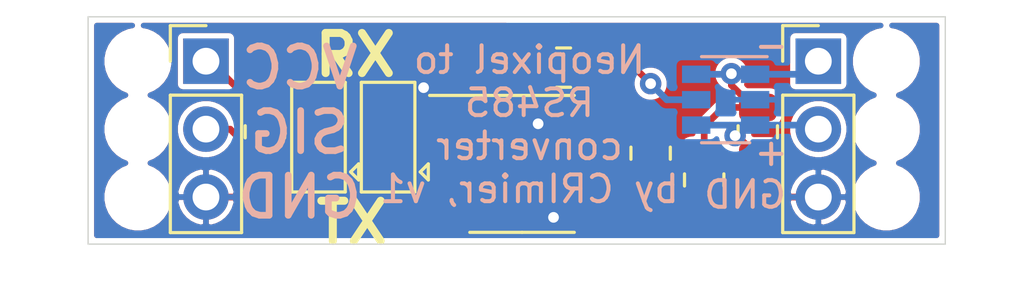
<source format=kicad_pcb>
(kicad_pcb (version 20171130) (host pcbnew 5.1.5+dfsg1-2build2)

  (general
    (thickness 1.6)
    (drawings 11)
    (tracks 106)
    (zones 0)
    (modules 17)
    (nets 9)
  )

  (page A4)
  (layers
    (0 F.Cu signal)
    (31 B.Cu signal)
    (32 B.Adhes user)
    (33 F.Adhes user)
    (34 B.Paste user)
    (35 F.Paste user)
    (36 B.SilkS user)
    (37 F.SilkS user)
    (38 B.Mask user)
    (39 F.Mask user)
    (40 Dwgs.User user)
    (41 Cmts.User user)
    (42 Eco1.User user)
    (43 Eco2.User user)
    (44 Edge.Cuts user)
    (45 Margin user)
    (46 B.CrtYd user)
    (47 F.CrtYd user)
    (48 B.Fab user)
    (49 F.Fab user)
  )

  (setup
    (last_trace_width 0.25)
    (trace_clearance 0.2)
    (zone_clearance 0.2)
    (zone_45_only yes)
    (trace_min 0.2)
    (via_size 0.8)
    (via_drill 0.4)
    (via_min_size 0.4)
    (via_min_drill 0.3)
    (uvia_size 0.3)
    (uvia_drill 0.1)
    (uvias_allowed no)
    (uvia_min_size 0.2)
    (uvia_min_drill 0.1)
    (edge_width 0.05)
    (segment_width 0.2)
    (pcb_text_width 0.3)
    (pcb_text_size 1.5 1.5)
    (mod_edge_width 0.12)
    (mod_text_size 1 1)
    (mod_text_width 0.15)
    (pad_size 1.524 1.524)
    (pad_drill 0.762)
    (pad_to_mask_clearance 0.051)
    (solder_mask_min_width 0.25)
    (aux_axis_origin 180 84.7)
    (visible_elements FFFFFF7F)
    (pcbplotparams
      (layerselection 0x010fc_ffffffff)
      (usegerberextensions true)
      (usegerberattributes false)
      (usegerberadvancedattributes false)
      (creategerberjobfile false)
      (excludeedgelayer false)
      (linewidth 0.100000)
      (plotframeref false)
      (viasonmask false)
      (mode 1)
      (useauxorigin true)
      (hpglpennumber 1)
      (hpglpenspeed 20)
      (hpglpendiameter 15.000000)
      (psnegative false)
      (psa4output false)
      (plotreference false)
      (plotvalue false)
      (plotinvisibletext false)
      (padsonsilk false)
      (subtractmaskfromsilk true)
      (outputformat 1)
      (mirror false)
      (drillshape 0)
      (scaleselection 1)
      (outputdirectory "gerbers/"))
  )

  (net 0 "")
  (net 1 GND)
  (net 2 CH)
  (net 3 VCC)
  (net 4 /A)
  (net 5 /B)
  (net 6 IN)
  (net 7 OUT)
  (net 8 MO)

  (net_class Default "This is the default net class."
    (clearance 0.2)
    (trace_width 0.25)
    (via_dia 0.8)
    (via_drill 0.4)
    (uvia_dia 0.3)
    (uvia_drill 0.1)
    (add_net /A)
    (add_net /B)
    (add_net CH)
    (add_net GND)
    (add_net IN)
    (add_net MO)
    (add_net OUT)
    (add_net VCC)
  )

  (module neopixel_to_rs485_adapter:wire_hole (layer F.Cu) (tedit 61858AB8) (tstamp 6185E8F4)
    (at 177.8 91.44)
    (descr "Mounting Hole 2.1mm, no annular")
    (tags "mounting hole 2.1mm no annular")
    (attr virtual)
    (fp_text reference H3 (at 0 -3.2) (layer F.SilkS) hide
      (effects (font (size 1 1) (thickness 0.15)))
    )
    (fp_text value MountingHole (at 0 3.2) (layer F.Fab)
      (effects (font (size 1 1) (thickness 0.15)))
    )
    (fp_text user %R (at 0.3 0) (layer F.Fab) hide
      (effects (font (size 1 1) (thickness 0.15)))
    )
    (fp_circle (center 0 0) (end 1.25 0) (layer Cmts.User) (width 0.15))
    (fp_circle (center 0 0) (end 1.5 0) (layer F.CrtYd) (width 0.05))
    (pad "" np_thru_hole circle (at 0 0) (size 2.1 2.1) (drill 2.1) (layers *.Cu *.Mask))
  )

  (module neopixel_to_rs485_adapter:wire_hole (layer F.Cu) (tedit 61858AB8) (tstamp 6185E8E6)
    (at 177.8 88.9)
    (descr "Mounting Hole 2.1mm, no annular")
    (tags "mounting hole 2.1mm no annular")
    (attr virtual)
    (fp_text reference H3 (at 0 -3.2) (layer F.SilkS) hide
      (effects (font (size 1 1) (thickness 0.15)))
    )
    (fp_text value MountingHole (at 0 3.2) (layer F.Fab)
      (effects (font (size 1 1) (thickness 0.15)))
    )
    (fp_circle (center 0 0) (end 1.5 0) (layer F.CrtYd) (width 0.05))
    (fp_circle (center 0 0) (end 1.25 0) (layer Cmts.User) (width 0.15))
    (fp_text user %R (at 0.3 0) (layer F.Fab) hide
      (effects (font (size 1 1) (thickness 0.15)))
    )
    (pad "" np_thru_hole circle (at 0 0) (size 2.1 2.1) (drill 2.1) (layers *.Cu *.Mask))
  )

  (module neopixel_to_rs485_adapter:wire_hole (layer F.Cu) (tedit 61858AB8) (tstamp 6185E8D8)
    (at 177.8 86.36)
    (descr "Mounting Hole 2.1mm, no annular")
    (tags "mounting hole 2.1mm no annular")
    (attr virtual)
    (fp_text reference H3 (at 0 -3.2) (layer F.SilkS) hide
      (effects (font (size 1 1) (thickness 0.15)))
    )
    (fp_text value MountingHole (at 0 3.2) (layer F.Fab)
      (effects (font (size 1 1) (thickness 0.15)))
    )
    (fp_text user %R (at 0.3 0) (layer F.Fab) hide
      (effects (font (size 1 1) (thickness 0.15)))
    )
    (fp_circle (center 0 0) (end 1.25 0) (layer Cmts.User) (width 0.15))
    (fp_circle (center 0 0) (end 1.5 0) (layer F.CrtYd) (width 0.05))
    (pad "" np_thru_hole circle (at 0 0) (size 2.1 2.1) (drill 2.1) (layers *.Cu *.Mask))
  )

  (module neopixel_to_rs485_adapter:wire_hole (layer F.Cu) (tedit 61858AB8) (tstamp 6185E8CA)
    (at 149.86 91.44)
    (descr "Mounting Hole 2.1mm, no annular")
    (tags "mounting hole 2.1mm no annular")
    (attr virtual)
    (fp_text reference H3 (at 0 -3.2) (layer F.SilkS) hide
      (effects (font (size 1 1) (thickness 0.15)))
    )
    (fp_text value MountingHole (at 0 3.2) (layer F.Fab)
      (effects (font (size 1 1) (thickness 0.15)))
    )
    (fp_circle (center 0 0) (end 1.5 0) (layer F.CrtYd) (width 0.05))
    (fp_circle (center 0 0) (end 1.25 0) (layer Cmts.User) (width 0.15))
    (fp_text user %R (at 0.3 0) (layer F.Fab) hide
      (effects (font (size 1 1) (thickness 0.15)))
    )
    (pad "" np_thru_hole circle (at 0 0) (size 2.1 2.1) (drill 2.1) (layers *.Cu *.Mask))
  )

  (module neopixel_to_rs485_adapter:wire_hole (layer F.Cu) (tedit 61858AB8) (tstamp 6185E8BC)
    (at 149.86 88.9)
    (descr "Mounting Hole 2.1mm, no annular")
    (tags "mounting hole 2.1mm no annular")
    (attr virtual)
    (fp_text reference H3 (at 0 -3.2) (layer F.SilkS) hide
      (effects (font (size 1 1) (thickness 0.15)))
    )
    (fp_text value MountingHole (at 0 3.2) (layer F.Fab)
      (effects (font (size 1 1) (thickness 0.15)))
    )
    (fp_text user %R (at 0.3 0) (layer F.Fab) hide
      (effects (font (size 1 1) (thickness 0.15)))
    )
    (fp_circle (center 0 0) (end 1.25 0) (layer Cmts.User) (width 0.15))
    (fp_circle (center 0 0) (end 1.5 0) (layer F.CrtYd) (width 0.05))
    (pad "" np_thru_hole circle (at 0 0) (size 2.1 2.1) (drill 2.1) (layers *.Cu *.Mask))
  )

  (module neopixel_to_rs485_adapter:wire_hole (layer F.Cu) (tedit 61858AB8) (tstamp 6185E89C)
    (at 149.86 86.36)
    (descr "Mounting Hole 2.1mm, no annular")
    (tags "mounting hole 2.1mm no annular")
    (attr virtual)
    (fp_text reference H3 (at 0 -3.2) (layer F.SilkS) hide
      (effects (font (size 1 1) (thickness 0.15)))
    )
    (fp_text value MountingHole (at 0 3.2) (layer F.Fab)
      (effects (font (size 1 1) (thickness 0.15)))
    )
    (fp_circle (center 0 0) (end 1.5 0) (layer F.CrtYd) (width 0.05))
    (fp_circle (center 0 0) (end 1.25 0) (layer Cmts.User) (width 0.15))
    (fp_text user %R (at 0.3 0) (layer F.Fab) hide
      (effects (font (size 1 1) (thickness 0.15)))
    )
    (pad "" np_thru_hole circle (at 0 0) (size 2.1 2.1) (drill 2.1) (layers *.Cu *.Mask))
  )

  (module Package_TO_SOT_SMD:SOT-23-6 (layer B.Cu) (tedit 5A02FF57) (tstamp 6185CB68)
    (at 171.8 87.8 180)
    (descr "6-pin SOT-23 package")
    (tags SOT-23-6)
    (path /6188698E)
    (attr smd)
    (fp_text reference U2 (at 0 2.9) (layer B.SilkS) hide
      (effects (font (size 1 1) (thickness 0.15)) (justify mirror))
    )
    (fp_text value SRV05-4 (at 0 -2.9) (layer B.Fab)
      (effects (font (size 1 1) (thickness 0.15)) (justify mirror))
    )
    (fp_line (start 0.9 1.55) (end 0.9 -1.55) (layer B.Fab) (width 0.1))
    (fp_line (start 0.9 -1.55) (end -0.9 -1.55) (layer B.Fab) (width 0.1))
    (fp_line (start -0.9 0.9) (end -0.9 -1.55) (layer B.Fab) (width 0.1))
    (fp_line (start 0.9 1.55) (end -0.25 1.55) (layer B.Fab) (width 0.1))
    (fp_line (start -0.9 0.9) (end -0.25 1.55) (layer B.Fab) (width 0.1))
    (fp_line (start -1.9 1.8) (end -1.9 -1.8) (layer B.CrtYd) (width 0.05))
    (fp_line (start -1.9 -1.8) (end 1.9 -1.8) (layer B.CrtYd) (width 0.05))
    (fp_line (start 1.9 -1.8) (end 1.9 1.8) (layer B.CrtYd) (width 0.05))
    (fp_line (start 1.9 1.8) (end -1.9 1.8) (layer B.CrtYd) (width 0.05))
    (fp_line (start 0.9 1.61) (end -1.55 1.61) (layer B.SilkS) (width 0.12))
    (fp_line (start -0.9 -1.61) (end 0.9 -1.61) (layer B.SilkS) (width 0.12))
    (fp_text user %R (at 0 0 270) (layer B.Fab)
      (effects (font (size 0.5 0.5) (thickness 0.075)) (justify mirror))
    )
    (pad 5 smd rect (at 1.1 0 180) (size 1.06 0.65) (layers B.Cu B.Paste B.Mask)
      (net 3 VCC))
    (pad 6 smd rect (at 1.1 0.95 180) (size 1.06 0.65) (layers B.Cu B.Paste B.Mask)
      (net 5 /B))
    (pad 4 smd rect (at 1.1 -0.95 180) (size 1.06 0.65) (layers B.Cu B.Paste B.Mask)
      (net 4 /A))
    (pad 3 smd rect (at -1.1 -0.95 180) (size 1.06 0.65) (layers B.Cu B.Paste B.Mask)
      (net 4 /A))
    (pad 2 smd rect (at -1.1 0 180) (size 1.06 0.65) (layers B.Cu B.Paste B.Mask)
      (net 1 GND))
    (pad 1 smd rect (at -1.1 0.95 180) (size 1.06 0.65) (layers B.Cu B.Paste B.Mask)
      (net 5 /B))
    (model ${KISYS3DMOD}/Package_TO_SOT_SMD.3dshapes/SOT-23-6.wrl
      (at (xyz 0 0 0))
      (scale (xyz 1 1 1))
      (rotate (xyz 0 0 0))
    )
  )

  (module Capacitor_SMD:C_0805_2012Metric (layer F.Cu) (tedit 5F68FEEE) (tstamp 6185C257)
    (at 165.75 86.6 180)
    (descr "Capacitor SMD 0805 (2012 Metric), square (rectangular) end terminal, IPC_7351 nominal, (Body size source: IPC-SM-782 page 76, https://www.pcb-3d.com/wordpress/wp-content/uploads/ipc-sm-782a_amendment_1_and_2.pdf, https://docs.google.com/spreadsheets/d/1BsfQQcO9C6DZCsRaXUlFlo91Tg2WpOkGARC1WS5S8t0/edit?usp=sharing), generated with kicad-footprint-generator")
    (tags capacitor)
    (path /61879886)
    (attr smd)
    (fp_text reference C1 (at 0 -1.68) (layer F.SilkS) hide
      (effects (font (size 1 1) (thickness 0.15)))
    )
    (fp_text value 100nF (at 0 1.68) (layer F.Fab)
      (effects (font (size 1 1) (thickness 0.15)))
    )
    (fp_text user %R (at 0 0) (layer F.Fab)
      (effects (font (size 0.5 0.5) (thickness 0.08)))
    )
    (fp_line (start 1.7 0.98) (end -1.7 0.98) (layer F.CrtYd) (width 0.05))
    (fp_line (start 1.7 -0.98) (end 1.7 0.98) (layer F.CrtYd) (width 0.05))
    (fp_line (start -1.7 -0.98) (end 1.7 -0.98) (layer F.CrtYd) (width 0.05))
    (fp_line (start -1.7 0.98) (end -1.7 -0.98) (layer F.CrtYd) (width 0.05))
    (fp_line (start -0.261252 0.735) (end 0.261252 0.735) (layer F.SilkS) (width 0.12))
    (fp_line (start -0.261252 -0.735) (end 0.261252 -0.735) (layer F.SilkS) (width 0.12))
    (fp_line (start 1 0.625) (end -1 0.625) (layer F.Fab) (width 0.1))
    (fp_line (start 1 -0.625) (end 1 0.625) (layer F.Fab) (width 0.1))
    (fp_line (start -1 -0.625) (end 1 -0.625) (layer F.Fab) (width 0.1))
    (fp_line (start -1 0.625) (end -1 -0.625) (layer F.Fab) (width 0.1))
    (pad 2 smd roundrect (at 0.95 0 180) (size 1 1.45) (layers F.Cu F.Paste F.Mask) (roundrect_rratio 0.25)
      (net 1 GND))
    (pad 1 smd roundrect (at -0.95 0 180) (size 1 1.45) (layers F.Cu F.Paste F.Mask) (roundrect_rratio 0.25)
      (net 3 VCC))
    (model ${KISYS3DMOD}/Capacitor_SMD.3dshapes/C_0805_2012Metric.wrl
      (at (xyz 0 0 0))
      (scale (xyz 1 1 1))
      (rotate (xyz 0 0 0))
    )
  )

  (module Jumper:SolderJumper-3_P1.3mm_Open_Pad1.0x1.5mm (layer F.Cu) (tedit 5A3F8BB2) (tstamp 6185ADE5)
    (at 159.2 89.2 90)
    (descr "SMD Solder 3-pad Jumper, 1x1.5mm Pads, 0.3mm gap, open")
    (tags "solder jumper open")
    (path /6185DDBF)
    (attr virtual)
    (fp_text reference JP2 (at 0 -1.8 90) (layer F.SilkS) hide
      (effects (font (size 1 1) (thickness 0.15)))
    )
    (fp_text value DIR (at 0 2 90) (layer F.Fab)
      (effects (font (size 1 1) (thickness 0.15)))
    )
    (fp_line (start 2.3 1.25) (end -2.3 1.25) (layer F.CrtYd) (width 0.05))
    (fp_line (start 2.3 1.25) (end 2.3 -1.25) (layer F.CrtYd) (width 0.05))
    (fp_line (start -2.3 -1.25) (end -2.3 1.25) (layer F.CrtYd) (width 0.05))
    (fp_line (start -2.3 -1.25) (end 2.3 -1.25) (layer F.CrtYd) (width 0.05))
    (fp_line (start -2.05 -1) (end 2.05 -1) (layer F.SilkS) (width 0.12))
    (fp_line (start 2.05 -1) (end 2.05 1) (layer F.SilkS) (width 0.12))
    (fp_line (start 2.05 1) (end -2.05 1) (layer F.SilkS) (width 0.12))
    (fp_line (start -2.05 1) (end -2.05 -1) (layer F.SilkS) (width 0.12))
    (fp_line (start -1.3 1.2) (end -1.6 1.5) (layer F.SilkS) (width 0.12))
    (fp_line (start -1.6 1.5) (end -1 1.5) (layer F.SilkS) (width 0.12))
    (fp_line (start -1.3 1.2) (end -1 1.5) (layer F.SilkS) (width 0.12))
    (pad 1 smd rect (at -1.3 0 90) (size 1 1.5) (layers F.Cu F.Mask)
      (net 3 VCC))
    (pad 2 smd rect (at 0 0 90) (size 1 1.5) (layers F.Cu F.Mask)
      (net 8 MO))
    (pad 3 smd rect (at 1.3 0 90) (size 1 1.5) (layers F.Cu F.Mask)
      (net 1 GND))
  )

  (module Connector_PinHeader_2.54mm:PinHeader_1x03_P2.54mm_Vertical (layer F.Cu) (tedit 59FED5CC) (tstamp 6185ADC1)
    (at 175.26 86.36)
    (descr "Through hole straight pin header, 1x03, 2.54mm pitch, single row")
    (tags "Through hole pin header THT 1x03 2.54mm single row")
    (path /618576DF)
    (fp_text reference J2 (at 0 -2.33) (layer F.SilkS) hide
      (effects (font (size 1 1) (thickness 0.15)))
    )
    (fp_text value RS485 (at 0 7.41) (layer F.Fab)
      (effects (font (size 1 1) (thickness 0.15)))
    )
    (fp_text user %R (at 0 2.54 90) (layer F.Fab)
      (effects (font (size 1 1) (thickness 0.15)))
    )
    (fp_line (start 1.8 -1.8) (end -1.8 -1.8) (layer F.CrtYd) (width 0.05))
    (fp_line (start 1.8 6.85) (end 1.8 -1.8) (layer F.CrtYd) (width 0.05))
    (fp_line (start -1.8 6.85) (end 1.8 6.85) (layer F.CrtYd) (width 0.05))
    (fp_line (start -1.8 -1.8) (end -1.8 6.85) (layer F.CrtYd) (width 0.05))
    (fp_line (start -1.33 -1.33) (end 0 -1.33) (layer F.SilkS) (width 0.12))
    (fp_line (start -1.33 0) (end -1.33 -1.33) (layer F.SilkS) (width 0.12))
    (fp_line (start -1.33 1.27) (end 1.33 1.27) (layer F.SilkS) (width 0.12))
    (fp_line (start 1.33 1.27) (end 1.33 6.41) (layer F.SilkS) (width 0.12))
    (fp_line (start -1.33 1.27) (end -1.33 6.41) (layer F.SilkS) (width 0.12))
    (fp_line (start -1.33 6.41) (end 1.33 6.41) (layer F.SilkS) (width 0.12))
    (fp_line (start -1.27 -0.635) (end -0.635 -1.27) (layer F.Fab) (width 0.1))
    (fp_line (start -1.27 6.35) (end -1.27 -0.635) (layer F.Fab) (width 0.1))
    (fp_line (start 1.27 6.35) (end -1.27 6.35) (layer F.Fab) (width 0.1))
    (fp_line (start 1.27 -1.27) (end 1.27 6.35) (layer F.Fab) (width 0.1))
    (fp_line (start -0.635 -1.27) (end 1.27 -1.27) (layer F.Fab) (width 0.1))
    (pad 3 thru_hole oval (at 0 5.08) (size 1.7 1.7) (drill 1) (layers *.Cu *.Mask)
      (net 1 GND))
    (pad 2 thru_hole oval (at 0 2.54) (size 1.7 1.7) (drill 1) (layers *.Cu *.Mask)
      (net 4 /A))
    (pad 1 thru_hole rect (at 0 0) (size 1.7 1.7) (drill 1) (layers *.Cu *.Mask)
      (net 5 /B))
    (model ${KISYS3DMOD}/Connector_PinHeader_2.54mm.3dshapes/PinHeader_1x03_P2.54mm_Vertical.wrl
      (at (xyz 0 0 0))
      (scale (xyz 1 1 1))
      (rotate (xyz 0 0 0))
    )
  )

  (module Package_SO:SOP-8_3.9x4.9mm_P1.27mm (layer F.Cu) (tedit 5D9F72B1) (tstamp 6185AE43)
    (at 164.2 90.2)
    (descr "SOP, 8 Pin (http://www.macronix.com/Lists/Datasheet/Attachments/7534/MX25R3235F,%20Wide%20Range,%2032Mb,%20v1.6.pdf#page=79), generated with kicad-footprint-generator ipc_gullwing_generator.py")
    (tags "SOP SO")
    (path /6185518F)
    (attr smd)
    (fp_text reference U1 (at 0 -3.4) (layer F.SilkS) hide
      (effects (font (size 1 1) (thickness 0.15)))
    )
    (fp_text value MAX485E (at 0 3.4) (layer F.Fab)
      (effects (font (size 1 1) (thickness 0.15)))
    )
    (fp_text user %R (at 0 0) (layer F.Fab)
      (effects (font (size 0.98 0.98) (thickness 0.15)))
    )
    (fp_line (start 3.7 -2.7) (end -3.7 -2.7) (layer F.CrtYd) (width 0.05))
    (fp_line (start 3.7 2.7) (end 3.7 -2.7) (layer F.CrtYd) (width 0.05))
    (fp_line (start -3.7 2.7) (end 3.7 2.7) (layer F.CrtYd) (width 0.05))
    (fp_line (start -3.7 -2.7) (end -3.7 2.7) (layer F.CrtYd) (width 0.05))
    (fp_line (start -1.95 -1.475) (end -0.975 -2.45) (layer F.Fab) (width 0.1))
    (fp_line (start -1.95 2.45) (end -1.95 -1.475) (layer F.Fab) (width 0.1))
    (fp_line (start 1.95 2.45) (end -1.95 2.45) (layer F.Fab) (width 0.1))
    (fp_line (start 1.95 -2.45) (end 1.95 2.45) (layer F.Fab) (width 0.1))
    (fp_line (start -0.975 -2.45) (end 1.95 -2.45) (layer F.Fab) (width 0.1))
    (fp_line (start 0 -2.56) (end -3.45 -2.56) (layer F.SilkS) (width 0.12))
    (fp_line (start 0 -2.56) (end 1.95 -2.56) (layer F.SilkS) (width 0.12))
    (fp_line (start 0 2.56) (end -1.95 2.56) (layer F.SilkS) (width 0.12))
    (fp_line (start 0 2.56) (end 1.95 2.56) (layer F.SilkS) (width 0.12))
    (pad 8 smd roundrect (at 2.625 -1.905) (size 1.65 0.6) (layers F.Cu F.Paste F.Mask) (roundrect_rratio 0.25)
      (net 3 VCC))
    (pad 7 smd roundrect (at 2.625 -0.635) (size 1.65 0.6) (layers F.Cu F.Paste F.Mask) (roundrect_rratio 0.25)
      (net 5 /B))
    (pad 6 smd roundrect (at 2.625 0.635) (size 1.65 0.6) (layers F.Cu F.Paste F.Mask) (roundrect_rratio 0.25)
      (net 4 /A))
    (pad 5 smd roundrect (at 2.625 1.905) (size 1.65 0.6) (layers F.Cu F.Paste F.Mask) (roundrect_rratio 0.25)
      (net 1 GND))
    (pad 4 smd roundrect (at -2.625 1.905) (size 1.65 0.6) (layers F.Cu F.Paste F.Mask) (roundrect_rratio 0.25)
      (net 6 IN))
    (pad 3 smd roundrect (at -2.625 0.635) (size 1.65 0.6) (layers F.Cu F.Paste F.Mask) (roundrect_rratio 0.25)
      (net 8 MO))
    (pad 2 smd roundrect (at -2.625 -0.635) (size 1.65 0.6) (layers F.Cu F.Paste F.Mask) (roundrect_rratio 0.25)
      (net 8 MO))
    (pad 1 smd roundrect (at -2.625 -1.905) (size 1.65 0.6) (layers F.Cu F.Paste F.Mask) (roundrect_rratio 0.25)
      (net 7 OUT))
    (model ${KISYS3DMOD}/Package_SO.3dshapes/SOP-8_3.9x4.9mm_P1.27mm.wrl
      (at (xyz 0 0 0))
      (scale (xyz 1 1 1))
      (rotate (xyz 0 0 0))
    )
  )

  (module Resistor_SMD:R_0805_2012Metric (layer F.Cu) (tedit 5F68FEEE) (tstamp 6185AE29)
    (at 154.6 89 270)
    (descr "Resistor SMD 0805 (2012 Metric), square (rectangular) end terminal, IPC_7351 nominal, (Body size source: IPC-SM-782 page 72, https://www.pcb-3d.com/wordpress/wp-content/uploads/ipc-sm-782a_amendment_1_and_2.pdf), generated with kicad-footprint-generator")
    (tags resistor)
    (path /618644B3)
    (attr smd)
    (fp_text reference R4 (at 0 -1.65 90) (layer F.SilkS) hide
      (effects (font (size 1 1) (thickness 0.15)))
    )
    (fp_text value RSP (at 0 1.65 90) (layer F.Fab)
      (effects (font (size 1 1) (thickness 0.15)))
    )
    (fp_text user %R (at 0 0 90) (layer F.Fab)
      (effects (font (size 0.5 0.5) (thickness 0.08)))
    )
    (fp_line (start 1.68 0.95) (end -1.68 0.95) (layer F.CrtYd) (width 0.05))
    (fp_line (start 1.68 -0.95) (end 1.68 0.95) (layer F.CrtYd) (width 0.05))
    (fp_line (start -1.68 -0.95) (end 1.68 -0.95) (layer F.CrtYd) (width 0.05))
    (fp_line (start -1.68 0.95) (end -1.68 -0.95) (layer F.CrtYd) (width 0.05))
    (fp_line (start -0.227064 0.735) (end 0.227064 0.735) (layer F.SilkS) (width 0.12))
    (fp_line (start -0.227064 -0.735) (end 0.227064 -0.735) (layer F.SilkS) (width 0.12))
    (fp_line (start 1 0.625) (end -1 0.625) (layer F.Fab) (width 0.1))
    (fp_line (start 1 -0.625) (end 1 0.625) (layer F.Fab) (width 0.1))
    (fp_line (start -1 -0.625) (end 1 -0.625) (layer F.Fab) (width 0.1))
    (fp_line (start -1 0.625) (end -1 -0.625) (layer F.Fab) (width 0.1))
    (pad 2 smd roundrect (at 0.9125 0 270) (size 1.025 1.4) (layers F.Cu F.Paste F.Mask) (roundrect_rratio 0.243902)
      (net 2 CH))
    (pad 1 smd roundrect (at -0.9125 0 270) (size 1.025 1.4) (layers F.Cu F.Paste F.Mask) (roundrect_rratio 0.243902)
      (net 3 VCC))
    (model ${KISYS3DMOD}/Resistor_SMD.3dshapes/R_0805_2012Metric.wrl
      (at (xyz 0 0 0))
      (scale (xyz 1 1 1))
      (rotate (xyz 0 0 0))
    )
  )

  (module Resistor_SMD:R_0805_2012Metric (layer F.Cu) (tedit 5F68FEEE) (tstamp 6185AE18)
    (at 169 89.8 90)
    (descr "Resistor SMD 0805 (2012 Metric), square (rectangular) end terminal, IPC_7351 nominal, (Body size source: IPC-SM-782 page 72, https://www.pcb-3d.com/wordpress/wp-content/uploads/ipc-sm-782a_amendment_1_and_2.pdf), generated with kicad-footprint-generator")
    (tags resistor)
    (path /61859C4E)
    (attr smd)
    (fp_text reference R3 (at 0 -1.65 90) (layer F.SilkS) hide
      (effects (font (size 1 1) (thickness 0.15)))
    )
    (fp_text value RSP (at 0 1.65 90) (layer F.Fab)
      (effects (font (size 1 1) (thickness 0.15)))
    )
    (fp_text user %R (at 0 0 90) (layer F.Fab)
      (effects (font (size 0.5 0.5) (thickness 0.08)))
    )
    (fp_line (start 1.68 0.95) (end -1.68 0.95) (layer F.CrtYd) (width 0.05))
    (fp_line (start 1.68 -0.95) (end 1.68 0.95) (layer F.CrtYd) (width 0.05))
    (fp_line (start -1.68 -0.95) (end 1.68 -0.95) (layer F.CrtYd) (width 0.05))
    (fp_line (start -1.68 0.95) (end -1.68 -0.95) (layer F.CrtYd) (width 0.05))
    (fp_line (start -0.227064 0.735) (end 0.227064 0.735) (layer F.SilkS) (width 0.12))
    (fp_line (start -0.227064 -0.735) (end 0.227064 -0.735) (layer F.SilkS) (width 0.12))
    (fp_line (start 1 0.625) (end -1 0.625) (layer F.Fab) (width 0.1))
    (fp_line (start 1 -0.625) (end 1 0.625) (layer F.Fab) (width 0.1))
    (fp_line (start -1 -0.625) (end 1 -0.625) (layer F.Fab) (width 0.1))
    (fp_line (start -1 0.625) (end -1 -0.625) (layer F.Fab) (width 0.1))
    (pad 2 smd roundrect (at 0.9125 0 90) (size 1.025 1.4) (layers F.Cu F.Paste F.Mask) (roundrect_rratio 0.243902)
      (net 3 VCC))
    (pad 1 smd roundrect (at -0.9125 0 90) (size 1.025 1.4) (layers F.Cu F.Paste F.Mask) (roundrect_rratio 0.243902)
      (net 4 /A))
    (model ${KISYS3DMOD}/Resistor_SMD.3dshapes/R_0805_2012Metric.wrl
      (at (xyz 0 0 0))
      (scale (xyz 1 1 1))
      (rotate (xyz 0 0 0))
    )
  )

  (module Resistor_SMD:R_0805_2012Metric (layer F.Cu) (tedit 5F68FEEE) (tstamp 6185AE07)
    (at 173 89 270)
    (descr "Resistor SMD 0805 (2012 Metric), square (rectangular) end terminal, IPC_7351 nominal, (Body size source: IPC-SM-782 page 72, https://www.pcb-3d.com/wordpress/wp-content/uploads/ipc-sm-782a_amendment_1_and_2.pdf), generated with kicad-footprint-generator")
    (tags resistor)
    (path /618592C1)
    (attr smd)
    (fp_text reference R2 (at 0 -1.65 90) (layer F.SilkS) hide
      (effects (font (size 1 1) (thickness 0.15)))
    )
    (fp_text value 120 (at 0 1.65 90) (layer F.Fab)
      (effects (font (size 1 1) (thickness 0.15)))
    )
    (fp_text user %R (at 0 0 90) (layer F.Fab)
      (effects (font (size 0.5 0.5) (thickness 0.08)))
    )
    (fp_line (start 1.68 0.95) (end -1.68 0.95) (layer F.CrtYd) (width 0.05))
    (fp_line (start 1.68 -0.95) (end 1.68 0.95) (layer F.CrtYd) (width 0.05))
    (fp_line (start -1.68 -0.95) (end 1.68 -0.95) (layer F.CrtYd) (width 0.05))
    (fp_line (start -1.68 0.95) (end -1.68 -0.95) (layer F.CrtYd) (width 0.05))
    (fp_line (start -0.227064 0.735) (end 0.227064 0.735) (layer F.SilkS) (width 0.12))
    (fp_line (start -0.227064 -0.735) (end 0.227064 -0.735) (layer F.SilkS) (width 0.12))
    (fp_line (start 1 0.625) (end -1 0.625) (layer F.Fab) (width 0.1))
    (fp_line (start 1 -0.625) (end 1 0.625) (layer F.Fab) (width 0.1))
    (fp_line (start -1 -0.625) (end 1 -0.625) (layer F.Fab) (width 0.1))
    (fp_line (start -1 0.625) (end -1 -0.625) (layer F.Fab) (width 0.1))
    (pad 2 smd roundrect (at 0.9125 0 270) (size 1.025 1.4) (layers F.Cu F.Paste F.Mask) (roundrect_rratio 0.243902)
      (net 4 /A))
    (pad 1 smd roundrect (at -0.9125 0 270) (size 1.025 1.4) (layers F.Cu F.Paste F.Mask) (roundrect_rratio 0.243902)
      (net 5 /B))
    (model ${KISYS3DMOD}/Resistor_SMD.3dshapes/R_0805_2012Metric.wrl
      (at (xyz 0 0 0))
      (scale (xyz 1 1 1))
      (rotate (xyz 0 0 0))
    )
  )

  (module Resistor_SMD:R_0805_2012Metric (layer F.Cu) (tedit 5F68FEEE) (tstamp 6185ADF6)
    (at 171 90.8 90)
    (descr "Resistor SMD 0805 (2012 Metric), square (rectangular) end terminal, IPC_7351 nominal, (Body size source: IPC-SM-782 page 72, https://www.pcb-3d.com/wordpress/wp-content/uploads/ipc-sm-782a_amendment_1_and_2.pdf), generated with kicad-footprint-generator")
    (tags resistor)
    (path /6185A147)
    (attr smd)
    (fp_text reference R1 (at 0 -1.65 90) (layer F.SilkS) hide
      (effects (font (size 1 1) (thickness 0.15)))
    )
    (fp_text value RSP (at 0 1.65 90) (layer F.Fab)
      (effects (font (size 1 1) (thickness 0.15)))
    )
    (fp_text user %R (at 0 0 90) (layer F.Fab)
      (effects (font (size 0.5 0.5) (thickness 0.08)))
    )
    (fp_line (start 1.68 0.95) (end -1.68 0.95) (layer F.CrtYd) (width 0.05))
    (fp_line (start 1.68 -0.95) (end 1.68 0.95) (layer F.CrtYd) (width 0.05))
    (fp_line (start -1.68 -0.95) (end 1.68 -0.95) (layer F.CrtYd) (width 0.05))
    (fp_line (start -1.68 0.95) (end -1.68 -0.95) (layer F.CrtYd) (width 0.05))
    (fp_line (start -0.227064 0.735) (end 0.227064 0.735) (layer F.SilkS) (width 0.12))
    (fp_line (start -0.227064 -0.735) (end 0.227064 -0.735) (layer F.SilkS) (width 0.12))
    (fp_line (start 1 0.625) (end -1 0.625) (layer F.Fab) (width 0.1))
    (fp_line (start 1 -0.625) (end 1 0.625) (layer F.Fab) (width 0.1))
    (fp_line (start -1 -0.625) (end 1 -0.625) (layer F.Fab) (width 0.1))
    (fp_line (start -1 0.625) (end -1 -0.625) (layer F.Fab) (width 0.1))
    (pad 2 smd roundrect (at 0.9125 0 90) (size 1.025 1.4) (layers F.Cu F.Paste F.Mask) (roundrect_rratio 0.243902)
      (net 5 /B))
    (pad 1 smd roundrect (at -0.9125 0 90) (size 1.025 1.4) (layers F.Cu F.Paste F.Mask) (roundrect_rratio 0.243902)
      (net 1 GND))
    (model ${KISYS3DMOD}/Resistor_SMD.3dshapes/R_0805_2012Metric.wrl
      (at (xyz 0 0 0))
      (scale (xyz 1 1 1))
      (rotate (xyz 0 0 0))
    )
  )

  (module Jumper:SolderJumper-3_P1.3mm_Open_Pad1.0x1.5mm (layer F.Cu) (tedit 5A3F8BB2) (tstamp 6185ADD3)
    (at 156.6 89.2 90)
    (descr "SMD Solder 3-pad Jumper, 1x1.5mm Pads, 0.3mm gap, open")
    (tags "solder jumper open")
    (path /6185FD92)
    (attr virtual)
    (fp_text reference JP1 (at 0 -1.8 90) (layer F.SilkS) hide
      (effects (font (size 1 1) (thickness 0.15)))
    )
    (fp_text value DIR (at 0 2 90) (layer F.Fab)
      (effects (font (size 1 1) (thickness 0.15)))
    )
    (fp_line (start 2.3 1.25) (end -2.3 1.25) (layer F.CrtYd) (width 0.05))
    (fp_line (start 2.3 1.25) (end 2.3 -1.25) (layer F.CrtYd) (width 0.05))
    (fp_line (start -2.3 -1.25) (end -2.3 1.25) (layer F.CrtYd) (width 0.05))
    (fp_line (start -2.3 -1.25) (end 2.3 -1.25) (layer F.CrtYd) (width 0.05))
    (fp_line (start -2.05 -1) (end 2.05 -1) (layer F.SilkS) (width 0.12))
    (fp_line (start 2.05 -1) (end 2.05 1) (layer F.SilkS) (width 0.12))
    (fp_line (start 2.05 1) (end -2.05 1) (layer F.SilkS) (width 0.12))
    (fp_line (start -2.05 1) (end -2.05 -1) (layer F.SilkS) (width 0.12))
    (fp_line (start -1.3 1.2) (end -1.6 1.5) (layer F.SilkS) (width 0.12))
    (fp_line (start -1.6 1.5) (end -1 1.5) (layer F.SilkS) (width 0.12))
    (fp_line (start -1.3 1.2) (end -1 1.5) (layer F.SilkS) (width 0.12))
    (pad 1 smd rect (at -1.3 0 90) (size 1 1.5) (layers F.Cu F.Mask)
      (net 6 IN))
    (pad 2 smd rect (at 0 0 90) (size 1 1.5) (layers F.Cu F.Mask)
      (net 2 CH))
    (pad 3 smd rect (at 1.3 0 90) (size 1 1.5) (layers F.Cu F.Mask)
      (net 7 OUT))
  )

  (module Connector_PinHeader_2.54mm:PinHeader_1x03_P2.54mm_Vertical (layer F.Cu) (tedit 59FED5CC) (tstamp 6185ADAA)
    (at 152.4 86.36)
    (descr "Through hole straight pin header, 1x03, 2.54mm pitch, single row")
    (tags "Through hole pin header THT 1x03 2.54mm single row")
    (path /61856E98)
    (fp_text reference J1 (at 0 -2.33) (layer F.SilkS) hide
      (effects (font (size 1 1) (thickness 0.15)))
    )
    (fp_text value NEO (at 0 7.41) (layer F.Fab)
      (effects (font (size 1 1) (thickness 0.15)))
    )
    (fp_text user %R (at 0 2.54 90) (layer F.Fab)
      (effects (font (size 1 1) (thickness 0.15)))
    )
    (fp_line (start 1.8 -1.8) (end -1.8 -1.8) (layer F.CrtYd) (width 0.05))
    (fp_line (start 1.8 6.85) (end 1.8 -1.8) (layer F.CrtYd) (width 0.05))
    (fp_line (start -1.8 6.85) (end 1.8 6.85) (layer F.CrtYd) (width 0.05))
    (fp_line (start -1.8 -1.8) (end -1.8 6.85) (layer F.CrtYd) (width 0.05))
    (fp_line (start -1.33 -1.33) (end 0 -1.33) (layer F.SilkS) (width 0.12))
    (fp_line (start -1.33 0) (end -1.33 -1.33) (layer F.SilkS) (width 0.12))
    (fp_line (start -1.33 1.27) (end 1.33 1.27) (layer F.SilkS) (width 0.12))
    (fp_line (start 1.33 1.27) (end 1.33 6.41) (layer F.SilkS) (width 0.12))
    (fp_line (start -1.33 1.27) (end -1.33 6.41) (layer F.SilkS) (width 0.12))
    (fp_line (start -1.33 6.41) (end 1.33 6.41) (layer F.SilkS) (width 0.12))
    (fp_line (start -1.27 -0.635) (end -0.635 -1.27) (layer F.Fab) (width 0.1))
    (fp_line (start -1.27 6.35) (end -1.27 -0.635) (layer F.Fab) (width 0.1))
    (fp_line (start 1.27 6.35) (end -1.27 6.35) (layer F.Fab) (width 0.1))
    (fp_line (start 1.27 -1.27) (end 1.27 6.35) (layer F.Fab) (width 0.1))
    (fp_line (start -0.635 -1.27) (end 1.27 -1.27) (layer F.Fab) (width 0.1))
    (pad 3 thru_hole oval (at 0 5.08) (size 1.7 1.7) (drill 1) (layers *.Cu *.Mask)
      (net 1 GND))
    (pad 2 thru_hole oval (at 0 2.54) (size 1.7 1.7) (drill 1) (layers *.Cu *.Mask)
      (net 2 CH))
    (pad 1 thru_hole rect (at 0 0) (size 1.7 1.7) (drill 1) (layers *.Cu *.Mask)
      (net 3 VCC))
    (model ${KISYS3DMOD}/Connector_PinHeader_2.54mm.3dshapes/PinHeader_1x03_P2.54mm_Vertical.wrl
      (at (xyz 0 0 0))
      (scale (xyz 1 1 1))
      (rotate (xyz 0 0 0))
    )
  )

  (gr_text + (at 173.5 89.75) (layer B.SilkS)
    (effects (font (size 1 1) (thickness 0.15)) (justify mirror))
  )
  (gr_text - (at 173.5 85.75) (layer B.SilkS)
    (effects (font (size 1 1) (thickness 0.15)) (justify mirror))
  )
  (gr_text GND (at 172.525 91.35) (layer B.SilkS)
    (effects (font (size 1 1) (thickness 0.15)) (justify mirror))
  )
  (gr_text "VCC\nSIG\nGND" (at 155.9 89.025) (layer B.SilkS)
    (effects (font (size 1.5 1.5) (thickness 0.25)) (justify mirror))
  )
  (gr_text "Neopixel to\nRS485\nconverter\nby CRImier, v1" (at 164.475 88.725) (layer B.SilkS)
    (effects (font (size 1 1) (thickness 0.15)) (justify mirror))
  )
  (gr_text TX (at 157.85 92.4) (layer F.SilkS) (tstamp 6185CE4C)
    (effects (font (size 1.5 1.5) (thickness 0.3)))
  )
  (gr_text RX (at 157.975 86.125) (layer F.SilkS)
    (effects (font (size 1.5 1.5) (thickness 0.3)))
  )
  (gr_line (start 180 84.7) (end 180 93.2) (layer Edge.Cuts) (width 0.05) (tstamp 6185BE88))
  (gr_line (start 148 84.7) (end 180 84.7) (layer Edge.Cuts) (width 0.05))
  (gr_line (start 148 93.2) (end 148 84.7) (layer Edge.Cuts) (width 0.05))
  (gr_line (start 180 93.2) (end 148 93.2) (layer Edge.Cuts) (width 0.05))

  (segment (start 170.7125 92) (end 171 91.7125) (width 0.25) (layer F.Cu) (net 1))
  (segment (start 166.93 92) (end 170.7125 92) (width 0.25) (layer F.Cu) (net 1))
  (segment (start 166.825 92.105) (end 166.93 92) (width 0.25) (layer F.Cu) (net 1))
  (segment (start 166.825 92.105) (end 165.705 92.105) (width 0.25) (layer F.Cu) (net 1))
  (segment (start 171.2725 91.44) (end 171 91.7125) (width 0.25) (layer F.Cu) (net 1))
  (segment (start 175.26 91.44) (end 171.2725 91.44) (width 0.25) (layer F.Cu) (net 1))
  (segment (start 153.84 91.44) (end 152.4 91.44) (width 0.25) (layer F.Cu) (net 1))
  (segment (start 155.2 92.8) (end 153.84 91.44) (width 0.25) (layer F.Cu) (net 1))
  (segment (start 165.01 92.8) (end 155.2 92.8) (width 0.25) (layer F.Cu) (net 1))
  (segment (start 165.705 92.105) (end 165.63 92.18) (width 0.25) (layer F.Cu) (net 1))
  (segment (start 165.63 92.18) (end 165.375 92.2) (width 0.25) (layer F.Cu) (net 1) (tstamp 6185CE13))
  (via (at 160.525 87.35) (size 0.8) (drill 0.4) (layers F.Cu B.Cu) (net 1))
  (segment (start 160.5 87.325) (end 160.525 87.35) (width 0.25) (layer F.Cu) (net 1))
  (segment (start 160.05 87.325) (end 160.5 87.325) (width 0.25) (layer F.Cu) (net 1))
  (segment (start 159.475 87.9) (end 160.05 87.325) (width 0.25) (layer F.Cu) (net 1))
  (segment (start 159.2 87.9) (end 159.475 87.9) (width 0.25) (layer F.Cu) (net 1))
  (segment (start 164.8 91.35) (end 165.63 92.18) (width 0.25) (layer F.Cu) (net 1))
  (segment (start 164.8 90.975) (end 164.8 91.35) (width 0.25) (layer F.Cu) (net 1))
  (segment (start 164.8 90.975) (end 164.8 88.7) (width 0.25) (layer F.Cu) (net 1))
  (segment (start 165.375 92.2) (end 165.01 92.8) (width 0.25) (layer F.Cu) (net 1) (tstamp 6185D3F6))
  (via (at 165.375 92.2) (size 0.8) (drill 0.4) (layers F.Cu B.Cu) (net 1))
  (segment (start 164.8 88.7) (end 164.8 86.6) (width 0.25) (layer F.Cu) (net 1) (tstamp 6185E9D8))
  (via (at 164.8 88.7) (size 0.8) (drill 0.4) (layers F.Cu B.Cu) (net 1))
  (segment (start 154.3125 89.9125) (end 154.6 89.9125) (width 0.25) (layer F.Cu) (net 2))
  (segment (start 153.3 88.9) (end 154.3125 89.9125) (width 0.25) (layer F.Cu) (net 2))
  (segment (start 152.4 88.9) (end 153.3 88.9) (width 0.25) (layer F.Cu) (net 2))
  (segment (start 154.7375 89.9125) (end 154.6 89.9125) (width 0.25) (layer F.Cu) (net 2))
  (segment (start 155.45 89.2) (end 154.7375 89.9125) (width 0.25) (layer F.Cu) (net 2))
  (segment (start 156.6 89.2) (end 155.45 89.2) (width 0.25) (layer F.Cu) (net 2))
  (segment (start 168.6875 88.8875) (end 169 88.8875) (width 0.25) (layer F.Cu) (net 3))
  (segment (start 168.095 88.295) (end 168.6875 88.8875) (width 0.25) (layer F.Cu) (net 3))
  (segment (start 166.825 88.295) (end 168.095 88.295) (width 0.25) (layer F.Cu) (net 3))
  (segment (start 154.2725 87.76) (end 154.6 88.0875) (width 0.25) (layer F.Cu) (net 3))
  (segment (start 152.56 86.36) (end 152.4 86.36) (width 0.25) (layer F.Cu) (net 3))
  (segment (start 153.9 87.7) (end 152.56 86.36) (width 0.25) (layer F.Cu) (net 3))
  (segment (start 154.475 87.7) (end 153.9 87.7) (width 0.25) (layer F.Cu) (net 3))
  (segment (start 154.6 87.575) (end 156.175 86) (width 0.25) (layer F.Cu) (net 3))
  (segment (start 154.6 88.0875) (end 154.6 87.575) (width 0.25) (layer F.Cu) (net 3))
  (segment (start 156.175 86) (end 163.25 86) (width 0.25) (layer F.Cu) (net 3))
  (segment (start 166.825 86.625) (end 166.7 86.5) (width 0.25) (layer F.Cu) (net 3))
  (segment (start 166.825 88.295) (end 166.825 86.625) (width 0.25) (layer F.Cu) (net 3))
  (segment (start 166.7 86.3) (end 166.7 86.6) (width 0.25) (layer F.Cu) (net 3))
  (segment (start 165.8 85.4) (end 166.7 86.3) (width 0.25) (layer F.Cu) (net 3))
  (segment (start 163.8 85.4) (end 165.8 85.4) (width 0.25) (layer F.Cu) (net 3))
  (segment (start 163.25 85.95) (end 163.8 85.4) (width 0.25) (layer F.Cu) (net 3))
  (segment (start 163.25 86) (end 163.25 85.95) (width 0.25) (layer F.Cu) (net 3))
  (via (at 169 87.2) (size 0.8) (drill 0.4) (layers F.Cu B.Cu) (net 3))
  (segment (start 169.6 87.8) (end 169 87.2) (width 0.25) (layer B.Cu) (net 3))
  (segment (start 170.9 87.8) (end 169.6 87.8) (width 0.25) (layer B.Cu) (net 3))
  (segment (start 169 87.2) (end 168.4 86.6) (width 0.25) (layer F.Cu) (net 3))
  (segment (start 168.4 86.6) (end 166.7 86.6) (width 0.25) (layer F.Cu) (net 3))
  (segment (start 163.25 90.85) (end 163.25 86) (width 0.25) (layer F.Cu) (net 3))
  (segment (start 162.63999 91.46001) (end 163.25 90.85) (width 0.25) (layer F.Cu) (net 3))
  (segment (start 160.41001 91.46001) (end 162.63999 91.46001) (width 0.25) (layer F.Cu) (net 3))
  (segment (start 159.45 90.5) (end 160.41001 91.46001) (width 0.25) (layer F.Cu) (net 3))
  (segment (start 159.2 90.5) (end 159.45 90.5) (width 0.25) (layer F.Cu) (net 3))
  (segment (start 168.8775 90.835) (end 169 90.7125) (width 0.25) (layer F.Cu) (net 4))
  (segment (start 166.825 90.835) (end 168.8775 90.835) (width 0.25) (layer F.Cu) (net 4))
  (segment (start 175.11 88.75) (end 175.26 88.9) (width 0.25) (layer B.Cu) (net 4))
  (segment (start 173.1 88.75) (end 175.11 88.75) (width 0.25) (layer B.Cu) (net 4))
  (via (at 172.153258 89.14292) (size 0.8) (drill 0.4) (layers F.Cu B.Cu) (net 4))
  (segment (start 171.95 88.939662) (end 172.153258 89.14292) (width 0.25) (layer B.Cu) (net 4))
  (segment (start 173.1 88.75) (end 171.95 88.75) (width 0.25) (layer B.Cu) (net 4))
  (segment (start 171.95 88.75) (end 171.95 88.939662) (width 0.25) (layer B.Cu) (net 4))
  (segment (start 171.95 88.75) (end 170.9 88.75) (width 0.25) (layer B.Cu) (net 4))
  (segment (start 172.23042 89.14292) (end 173 89.9125) (width 0.25) (layer F.Cu) (net 4))
  (segment (start 172.153258 89.14292) (end 172.23042 89.14292) (width 0.25) (layer F.Cu) (net 4))
  (segment (start 169.7875 90.8) (end 172.1125 90.8) (width 0.25) (layer F.Cu) (net 4))
  (segment (start 172.1125 90.8) (end 173 89.9125) (width 0.25) (layer F.Cu) (net 4))
  (segment (start 169.7 90.7125) (end 169.7875 90.8) (width 0.25) (layer F.Cu) (net 4))
  (segment (start 169 90.7125) (end 169.7 90.7125) (width 0.25) (layer F.Cu) (net 4))
  (segment (start 173.3275 87.76) (end 173 88.0875) (width 0.25) (layer F.Cu) (net 5))
  (segment (start 173 88.0875) (end 171.7125 88.0875) (width 0.25) (layer F.Cu) (net 5))
  (segment (start 171 88.8) (end 171 89.8875) (width 0.25) (layer F.Cu) (net 5))
  (segment (start 171.7125 88.0875) (end 171 88.8) (width 0.25) (layer F.Cu) (net 5))
  (via (at 172.014027 86.827213) (size 0.8) (drill 0.4) (layers F.Cu B.Cu) (net 5))
  (segment (start 171.99124 86.85) (end 172.014027 86.827213) (width 0.25) (layer B.Cu) (net 5))
  (segment (start 171.95 86.85) (end 171.99124 86.85) (width 0.25) (layer B.Cu) (net 5))
  (segment (start 173.1 86.85) (end 171.95 86.85) (width 0.25) (layer B.Cu) (net 5))
  (segment (start 171.95 86.85) (end 170.9 86.85) (width 0.25) (layer B.Cu) (net 5))
  (segment (start 174.77 86.85) (end 175.26 86.36) (width 0.25) (layer B.Cu) (net 5))
  (segment (start 173.1 86.85) (end 174.77 86.85) (width 0.25) (layer B.Cu) (net 5))
  (segment (start 167.965 89.565) (end 166.825 89.565) (width 0.25) (layer F.Cu) (net 5))
  (segment (start 168.2 89.8) (end 167.965 89.565) (width 0.25) (layer F.Cu) (net 5))
  (segment (start 169.8 89.8) (end 168.2 89.8) (width 0.25) (layer F.Cu) (net 5))
  (segment (start 169.8875 89.8875) (end 169.8 89.8) (width 0.25) (layer F.Cu) (net 5))
  (segment (start 171 89.8875) (end 169.8875 89.8875) (width 0.25) (layer F.Cu) (net 5))
  (segment (start 172.84375 88.0875) (end 173 88.0875) (width 0.25) (layer F.Cu) (net 5))
  (segment (start 172.014027 87.257777) (end 172.84375 88.0875) (width 0.25) (layer F.Cu) (net 5))
  (segment (start 172.014027 86.827213) (end 172.014027 87.257777) (width 0.25) (layer F.Cu) (net 5))
  (segment (start 156.6 91.25) (end 156.6 90.5) (width 0.25) (layer F.Cu) (net 6))
  (segment (start 157.455 92.105) (end 156.6 91.25) (width 0.25) (layer F.Cu) (net 6))
  (segment (start 161.575 92.105) (end 157.455 92.105) (width 0.25) (layer F.Cu) (net 6))
  (segment (start 156.6 87.15) (end 157.25 86.5) (width 0.25) (layer F.Cu) (net 7))
  (segment (start 156.6 87.9) (end 156.6 87.15) (width 0.25) (layer F.Cu) (net 7))
  (segment (start 157.25 86.5) (end 161 86.5) (width 0.25) (layer F.Cu) (net 7))
  (segment (start 161.575 87.075) (end 161.575 88.295) (width 0.25) (layer F.Cu) (net 7))
  (segment (start 161 86.5) (end 161.575 87.075) (width 0.25) (layer F.Cu) (net 7))
  (segment (start 161.575 89.565) (end 160.565 89.565) (width 0.25) (layer F.Cu) (net 8))
  (segment (start 160.2 89.2) (end 159.2 89.2) (width 0.25) (layer F.Cu) (net 8))
  (segment (start 160.25 89.25) (end 160.2 89.2) (width 0.25) (layer F.Cu) (net 8))
  (segment (start 160.565 89.565) (end 160.25 89.25) (width 0.25) (layer F.Cu) (net 8))
  (segment (start 160.3 89.3) (end 160.25 89.25) (width 0.25) (layer F.Cu) (net 8))
  (segment (start 160.585 90.835) (end 160.3 90.55) (width 0.25) (layer F.Cu) (net 8))
  (segment (start 160.3 90.55) (end 160.3 89.3) (width 0.25) (layer F.Cu) (net 8))
  (segment (start 161.575 90.835) (end 160.585 90.835) (width 0.25) (layer F.Cu) (net 8))

  (zone (net 1) (net_name GND) (layer F.Cu) (tstamp 6185EA87) (hatch edge 0.508)
    (connect_pads (clearance 0.2))
    (min_thickness 0.2)
    (fill yes (arc_segments 32) (thermal_gap 0.2) (thermal_bridge_width 0.21))
    (polygon
      (pts
        (xy 180 93.2) (xy 148 93.2) (xy 148 84.7) (xy 180 84.7)
      )
    )
    (filled_polygon
      (pts
        (xy 149.46622 85.06188) (xy 149.220535 85.163646) (xy 148.999425 85.311387) (xy 148.811387 85.499425) (xy 148.663646 85.720535)
        (xy 148.56188 85.96622) (xy 148.51 86.227037) (xy 148.51 86.492963) (xy 148.56188 86.75378) (xy 148.663646 86.999465)
        (xy 148.811387 87.220575) (xy 148.999425 87.408613) (xy 149.220535 87.556354) (xy 149.398332 87.63) (xy 149.220535 87.703646)
        (xy 148.999425 87.851387) (xy 148.811387 88.039425) (xy 148.663646 88.260535) (xy 148.56188 88.50622) (xy 148.51 88.767037)
        (xy 148.51 89.032963) (xy 148.56188 89.29378) (xy 148.663646 89.539465) (xy 148.811387 89.760575) (xy 148.999425 89.948613)
        (xy 149.220535 90.096354) (xy 149.398332 90.17) (xy 149.220535 90.243646) (xy 148.999425 90.391387) (xy 148.811387 90.579425)
        (xy 148.663646 90.800535) (xy 148.56188 91.04622) (xy 148.51 91.307037) (xy 148.51 91.572963) (xy 148.56188 91.83378)
        (xy 148.663646 92.079465) (xy 148.811387 92.300575) (xy 148.999425 92.488613) (xy 149.220535 92.636354) (xy 149.46622 92.73812)
        (xy 149.727037 92.79) (xy 149.992963 92.79) (xy 150.25378 92.73812) (xy 150.499465 92.636354) (xy 150.720575 92.488613)
        (xy 150.908613 92.300575) (xy 151.056354 92.079465) (xy 151.15812 91.83378) (xy 151.199681 91.624836) (xy 151.264951 91.624836)
        (xy 151.280618 91.703598) (xy 151.353552 91.916914) (xy 151.4667 92.111902) (xy 151.615715 92.281069) (xy 151.794869 92.417915)
        (xy 151.997278 92.51718) (xy 152.215164 92.575049) (xy 152.395 92.514989) (xy 152.395 91.445) (xy 152.405 91.445)
        (xy 152.405 92.514989) (xy 152.584836 92.575049) (xy 152.802722 92.51718) (xy 153.005131 92.417915) (xy 153.184285 92.281069)
        (xy 153.3333 92.111902) (xy 153.446448 91.916914) (xy 153.519382 91.703598) (xy 153.535049 91.624836) (xy 153.474988 91.445)
        (xy 152.405 91.445) (xy 152.395 91.445) (xy 151.325012 91.445) (xy 151.264951 91.624836) (xy 151.199681 91.624836)
        (xy 151.21 91.572963) (xy 151.21 91.307037) (xy 151.199682 91.255164) (xy 151.264951 91.255164) (xy 151.325012 91.435)
        (xy 152.395 91.435) (xy 152.395 90.365011) (xy 152.405 90.365011) (xy 152.405 91.435) (xy 153.474988 91.435)
        (xy 153.535049 91.255164) (xy 153.519382 91.176402) (xy 153.446448 90.963086) (xy 153.3333 90.768098) (xy 153.184285 90.598931)
        (xy 153.005131 90.462085) (xy 152.802722 90.36282) (xy 152.584836 90.304951) (xy 152.405 90.365011) (xy 152.395 90.365011)
        (xy 152.215164 90.304951) (xy 151.997278 90.36282) (xy 151.794869 90.462085) (xy 151.615715 90.598931) (xy 151.4667 90.768098)
        (xy 151.353552 90.963086) (xy 151.280618 91.176402) (xy 151.264951 91.255164) (xy 151.199682 91.255164) (xy 151.15812 91.04622)
        (xy 151.056354 90.800535) (xy 150.908613 90.579425) (xy 150.720575 90.391387) (xy 150.499465 90.243646) (xy 150.321668 90.17)
        (xy 150.499465 90.096354) (xy 150.720575 89.948613) (xy 150.908613 89.760575) (xy 151.056354 89.539465) (xy 151.15812 89.29378)
        (xy 151.21 89.032963) (xy 151.21 88.767037) (xy 151.15812 88.50622) (xy 151.056354 88.260535) (xy 150.908613 88.039425)
        (xy 150.720575 87.851387) (xy 150.499465 87.703646) (xy 150.321668 87.63) (xy 150.499465 87.556354) (xy 150.720575 87.408613)
        (xy 150.908613 87.220575) (xy 151.056354 86.999465) (xy 151.15812 86.75378) (xy 151.21 86.492963) (xy 151.21 86.227037)
        (xy 151.15812 85.96622) (xy 151.056354 85.720535) (xy 150.908613 85.499425) (xy 150.720575 85.311387) (xy 150.499465 85.163646)
        (xy 150.25378 85.06188) (xy 150.068373 85.025) (xy 163.600001 85.025) (xy 163.56274 85.044916) (xy 163.498026 85.098026)
        (xy 163.484721 85.114238) (xy 163.02396 85.575) (xy 156.195866 85.575) (xy 156.174999 85.572945) (xy 156.154132 85.575)
        (xy 156.154126 85.575) (xy 156.100098 85.580321) (xy 156.091685 85.58115) (xy 156.067383 85.588522) (xy 156.011573 85.605452)
        (xy 155.93774 85.644916) (xy 155.873026 85.698026) (xy 155.859721 85.714238) (xy 154.314239 87.259721) (xy 154.298027 87.273026)
        (xy 154.297598 87.273549) (xy 154.149999 87.273549) (xy 154.135267 87.275) (xy 154.076041 87.275) (xy 153.551451 86.75041)
        (xy 153.551451 85.51) (xy 153.545659 85.45119) (xy 153.528504 85.39464) (xy 153.500647 85.342523) (xy 153.463158 85.296842)
        (xy 153.417477 85.259353) (xy 153.36536 85.231496) (xy 153.30881 85.214341) (xy 153.25 85.208549) (xy 151.55 85.208549)
        (xy 151.49119 85.214341) (xy 151.43464 85.231496) (xy 151.382523 85.259353) (xy 151.336842 85.296842) (xy 151.299353 85.342523)
        (xy 151.271496 85.39464) (xy 151.254341 85.45119) (xy 151.248549 85.51) (xy 151.248549 87.21) (xy 151.254341 87.26881)
        (xy 151.271496 87.32536) (xy 151.299353 87.377477) (xy 151.336842 87.423158) (xy 151.382523 87.460647) (xy 151.43464 87.488504)
        (xy 151.49119 87.505659) (xy 151.55 87.511451) (xy 153.11041 87.511451) (xy 153.584721 87.985762) (xy 153.598026 88.001974)
        (xy 153.598549 88.002403) (xy 153.598549 88.350001) (xy 153.609145 88.457584) (xy 153.640526 88.561032) (xy 153.691485 88.65637)
        (xy 153.760065 88.739935) (xy 153.84363 88.808515) (xy 153.938968 88.859474) (xy 154.042416 88.890855) (xy 154.149999 88.901451)
        (xy 155.050001 88.901451) (xy 155.156652 88.890947) (xy 155.148026 88.898026) (xy 155.134721 88.914238) (xy 154.95041 89.098549)
        (xy 154.149999 89.098549) (xy 154.104109 89.103069) (xy 153.615283 88.614243) (xy 153.601974 88.598026) (xy 153.53726 88.544916)
        (xy 153.486413 88.517738) (xy 153.419116 88.355271) (xy 153.293263 88.166918) (xy 153.133082 88.006737) (xy 152.944729 87.880884)
        (xy 152.735443 87.794194) (xy 152.513265 87.75) (xy 152.286735 87.75) (xy 152.064557 87.794194) (xy 151.855271 87.880884)
        (xy 151.666918 88.006737) (xy 151.506737 88.166918) (xy 151.380884 88.355271) (xy 151.294194 88.564557) (xy 151.25 88.786735)
        (xy 151.25 89.013265) (xy 151.294194 89.235443) (xy 151.380884 89.444729) (xy 151.506737 89.633082) (xy 151.666918 89.793263)
        (xy 151.855271 89.919116) (xy 152.064557 90.005806) (xy 152.286735 90.05) (xy 152.513265 90.05) (xy 152.735443 90.005806)
        (xy 152.944729 89.919116) (xy 153.133082 89.793263) (xy 153.293263 89.633082) (xy 153.34885 89.54989) (xy 153.598549 89.79959)
        (xy 153.598549 90.175001) (xy 153.609145 90.282584) (xy 153.640526 90.386032) (xy 153.691485 90.48137) (xy 153.760065 90.564935)
        (xy 153.84363 90.633515) (xy 153.938968 90.684474) (xy 154.042416 90.715855) (xy 154.149999 90.726451) (xy 155.050001 90.726451)
        (xy 155.157584 90.715855) (xy 155.261032 90.684474) (xy 155.35637 90.633515) (xy 155.439935 90.564935) (xy 155.508515 90.48137)
        (xy 155.548549 90.406471) (xy 155.548549 91) (xy 155.554341 91.05881) (xy 155.571496 91.11536) (xy 155.599353 91.167477)
        (xy 155.636842 91.213158) (xy 155.682523 91.250647) (xy 155.73464 91.278504) (xy 155.79119 91.295659) (xy 155.85 91.301451)
        (xy 156.178012 91.301451) (xy 156.18115 91.333313) (xy 156.205452 91.413426) (xy 156.244916 91.487259) (xy 156.298026 91.551974)
        (xy 156.314244 91.565284) (xy 157.139716 92.390756) (xy 157.153026 92.406974) (xy 157.21774 92.460084) (xy 157.271115 92.488613)
        (xy 157.291573 92.499548) (xy 157.371686 92.52385) (xy 157.455 92.532056) (xy 157.475874 92.53) (xy 160.544482 92.53)
        (xy 160.580776 92.574224) (xy 160.649187 92.630368) (xy 160.727237 92.672086) (xy 160.811926 92.697776) (xy 160.9 92.706451)
        (xy 162.25 92.706451) (xy 162.338074 92.697776) (xy 162.422763 92.672086) (xy 162.500813 92.630368) (xy 162.569224 92.574224)
        (xy 162.625368 92.505813) (xy 162.667086 92.427763) (xy 162.673991 92.405) (xy 165.698548 92.405) (xy 165.70434 92.46381)
        (xy 165.721495 92.520361) (xy 165.749352 92.572478) (xy 165.786841 92.618159) (xy 165.832522 92.655648) (xy 165.884639 92.683505)
        (xy 165.94119 92.70066) (xy 166 92.706452) (xy 166.745 92.705) (xy 166.82 92.63) (xy 166.82 92.11)
        (xy 166.83 92.11) (xy 166.83 92.63) (xy 166.905 92.705) (xy 167.65 92.706452) (xy 167.70881 92.70066)
        (xy 167.765361 92.683505) (xy 167.817478 92.655648) (xy 167.863159 92.618159) (xy 167.900648 92.572478) (xy 167.928505 92.520361)
        (xy 167.94566 92.46381) (xy 167.951452 92.405) (xy 167.950264 92.225) (xy 169.998548 92.225) (xy 170.00434 92.28381)
        (xy 170.021495 92.340361) (xy 170.049352 92.392478) (xy 170.086841 92.438159) (xy 170.132522 92.475648) (xy 170.184639 92.503505)
        (xy 170.24119 92.52066) (xy 170.3 92.526452) (xy 170.92 92.525) (xy 170.995 92.45) (xy 170.995 91.7175)
        (xy 171.005 91.7175) (xy 171.005 92.45) (xy 171.08 92.525) (xy 171.7 92.526452) (xy 171.75881 92.52066)
        (xy 171.815361 92.503505) (xy 171.867478 92.475648) (xy 171.913159 92.438159) (xy 171.950648 92.392478) (xy 171.978505 92.340361)
        (xy 171.99566 92.28381) (xy 172.001452 92.225) (xy 172 91.7925) (xy 171.925 91.7175) (xy 171.005 91.7175)
        (xy 170.995 91.7175) (xy 170.075 91.7175) (xy 170 91.7925) (xy 169.998548 92.225) (xy 167.950264 92.225)
        (xy 167.95 92.185) (xy 167.875 92.11) (xy 166.83 92.11) (xy 166.82 92.11) (xy 165.775 92.11)
        (xy 165.7 92.185) (xy 165.698548 92.405) (xy 162.673991 92.405) (xy 162.692776 92.343074) (xy 162.701451 92.255)
        (xy 162.701451 91.955) (xy 162.694233 91.881723) (xy 162.723304 91.87886) (xy 162.803417 91.854558) (xy 162.87725 91.815094)
        (xy 162.889549 91.805) (xy 165.698548 91.805) (xy 165.7 92.025) (xy 165.775 92.1) (xy 166.82 92.1)
        (xy 166.82 91.58) (xy 166.83 91.58) (xy 166.83 92.1) (xy 167.875 92.1) (xy 167.95 92.025)
        (xy 167.951452 91.805) (xy 167.94566 91.74619) (xy 167.928505 91.689639) (xy 167.900648 91.637522) (xy 167.863159 91.591841)
        (xy 167.817478 91.554352) (xy 167.765361 91.526495) (xy 167.70881 91.50934) (xy 167.65 91.503548) (xy 166.905 91.505)
        (xy 166.83 91.58) (xy 166.82 91.58) (xy 166.745 91.505) (xy 166 91.503548) (xy 165.94119 91.50934)
        (xy 165.884639 91.526495) (xy 165.832522 91.554352) (xy 165.786841 91.591841) (xy 165.749352 91.637522) (xy 165.721495 91.689639)
        (xy 165.70434 91.74619) (xy 165.698548 91.805) (xy 162.889549 91.805) (xy 162.941964 91.761984) (xy 162.955273 91.745767)
        (xy 163.535763 91.165278) (xy 163.551974 91.151974) (xy 163.605084 91.08726) (xy 163.644548 91.013427) (xy 163.663861 90.94976)
        (xy 163.66885 90.933315) (xy 163.670327 90.918314) (xy 163.675 90.870874) (xy 163.675 90.870868) (xy 163.677055 90.850001)
        (xy 163.675 90.829134) (xy 163.675 87.325) (xy 163.998548 87.325) (xy 164.00434 87.38381) (xy 164.021495 87.440361)
        (xy 164.049352 87.492478) (xy 164.086841 87.538159) (xy 164.132522 87.575648) (xy 164.184639 87.603505) (xy 164.24119 87.62066)
        (xy 164.3 87.626452) (xy 164.72 87.625) (xy 164.795 87.55) (xy 164.795 86.605) (xy 164.805 86.605)
        (xy 164.805 87.55) (xy 164.88 87.625) (xy 165.3 87.626452) (xy 165.35881 87.62066) (xy 165.415361 87.603505)
        (xy 165.467478 87.575648) (xy 165.513159 87.538159) (xy 165.550648 87.492478) (xy 165.578505 87.440361) (xy 165.59566 87.38381)
        (xy 165.601452 87.325) (xy 165.6 86.68) (xy 165.525 86.605) (xy 164.805 86.605) (xy 164.795 86.605)
        (xy 164.075 86.605) (xy 164 86.68) (xy 163.998548 87.325) (xy 163.675 87.325) (xy 163.675 86.12604)
        (xy 163.976041 85.825) (xy 164.003472 85.825) (xy 163.998548 85.875) (xy 164 86.52) (xy 164.075 86.595)
        (xy 164.795 86.595) (xy 164.795 86.575) (xy 164.805 86.575) (xy 164.805 86.595) (xy 165.525 86.595)
        (xy 165.6 86.52) (xy 165.601452 85.875) (xy 165.596528 85.825) (xy 165.62396 85.825) (xy 165.900827 86.101868)
        (xy 165.898549 86.125) (xy 165.898549 87.075) (xy 165.909145 87.182583) (xy 165.940526 87.286031) (xy 165.991485 87.38137)
        (xy 166.060065 87.464935) (xy 166.14363 87.533515) (xy 166.238969 87.584474) (xy 166.342417 87.615855) (xy 166.4 87.621526)
        (xy 166.4 87.693549) (xy 166.15 87.693549) (xy 166.061926 87.702224) (xy 165.977237 87.727914) (xy 165.899187 87.769632)
        (xy 165.830776 87.825776) (xy 165.774632 87.894187) (xy 165.732914 87.972237) (xy 165.707224 88.056926) (xy 165.698549 88.145)
        (xy 165.698549 88.445) (xy 165.707224 88.533074) (xy 165.732914 88.617763) (xy 165.774632 88.695813) (xy 165.830776 88.764224)
        (xy 165.899187 88.820368) (xy 165.977237 88.862086) (xy 166.061926 88.887776) (xy 166.15 88.896451) (xy 167.5 88.896451)
        (xy 167.588074 88.887776) (xy 167.672763 88.862086) (xy 167.750813 88.820368) (xy 167.819224 88.764224) (xy 167.855518 88.72)
        (xy 167.91896 88.72) (xy 167.998549 88.799589) (xy 167.998549 89.141248) (xy 167.985874 89.14) (xy 167.985867 89.14)
        (xy 167.965 89.137945) (xy 167.944133 89.14) (xy 167.855518 89.14) (xy 167.819224 89.095776) (xy 167.750813 89.039632)
        (xy 167.672763 88.997914) (xy 167.588074 88.972224) (xy 167.5 88.963549) (xy 166.15 88.963549) (xy 166.061926 88.972224)
        (xy 165.977237 88.997914) (xy 165.899187 89.039632) (xy 165.830776 89.095776) (xy 165.774632 89.164187) (xy 165.732914 89.242237)
        (xy 165.707224 89.326926) (xy 165.698549 89.415) (xy 165.698549 89.715) (xy 165.707224 89.803074) (xy 165.732914 89.887763)
        (xy 165.774632 89.965813) (xy 165.830776 90.034224) (xy 165.899187 90.090368) (xy 165.977237 90.132086) (xy 166.061926 90.157776)
        (xy 166.15 90.166451) (xy 167.5 90.166451) (xy 167.588074 90.157776) (xy 167.672763 90.132086) (xy 167.750813 90.090368)
        (xy 167.819224 90.034224) (xy 167.825517 90.026557) (xy 167.884716 90.085756) (xy 167.898026 90.101974) (xy 167.96274 90.155084)
        (xy 168.036573 90.194548) (xy 168.060405 90.201777) (xy 168.040526 90.238968) (xy 168.009145 90.342416) (xy 168.002489 90.41)
        (xy 167.855518 90.41) (xy 167.819224 90.365776) (xy 167.750813 90.309632) (xy 167.672763 90.267914) (xy 167.588074 90.242224)
        (xy 167.5 90.233549) (xy 166.15 90.233549) (xy 166.061926 90.242224) (xy 165.977237 90.267914) (xy 165.899187 90.309632)
        (xy 165.830776 90.365776) (xy 165.774632 90.434187) (xy 165.732914 90.512237) (xy 165.707224 90.596926) (xy 165.698549 90.685)
        (xy 165.698549 90.985) (xy 165.707224 91.073074) (xy 165.732914 91.157763) (xy 165.774632 91.235813) (xy 165.830776 91.304224)
        (xy 165.899187 91.360368) (xy 165.977237 91.402086) (xy 166.061926 91.427776) (xy 166.15 91.436451) (xy 167.5 91.436451)
        (xy 167.588074 91.427776) (xy 167.672763 91.402086) (xy 167.750813 91.360368) (xy 167.819224 91.304224) (xy 167.855518 91.26)
        (xy 168.080063 91.26) (xy 168.091485 91.28137) (xy 168.160065 91.364935) (xy 168.24363 91.433515) (xy 168.338968 91.484474)
        (xy 168.442416 91.515855) (xy 168.549999 91.526451) (xy 169.450001 91.526451) (xy 169.557584 91.515855) (xy 169.661032 91.484474)
        (xy 169.75637 91.433515) (xy 169.839935 91.364935) (xy 169.908515 91.28137) (xy 169.938645 91.225) (xy 169.998632 91.225)
        (xy 170 91.6325) (xy 170.075 91.7075) (xy 170.995 91.7075) (xy 170.995 91.6875) (xy 171.005 91.6875)
        (xy 171.005 91.7075) (xy 171.925 91.7075) (xy 172 91.6325) (xy 172.000025 91.624836) (xy 174.124951 91.624836)
        (xy 174.140618 91.703598) (xy 174.213552 91.916914) (xy 174.3267 92.111902) (xy 174.475715 92.281069) (xy 174.654869 92.417915)
        (xy 174.857278 92.51718) (xy 175.075164 92.575049) (xy 175.255 92.514989) (xy 175.255 91.445) (xy 175.265 91.445)
        (xy 175.265 92.514989) (xy 175.444836 92.575049) (xy 175.662722 92.51718) (xy 175.865131 92.417915) (xy 176.044285 92.281069)
        (xy 176.1933 92.111902) (xy 176.306448 91.916914) (xy 176.379382 91.703598) (xy 176.395049 91.624836) (xy 176.334988 91.445)
        (xy 175.265 91.445) (xy 175.255 91.445) (xy 174.185012 91.445) (xy 174.124951 91.624836) (xy 172.000025 91.624836)
        (xy 172.001266 91.255164) (xy 174.124951 91.255164) (xy 174.185012 91.435) (xy 175.255 91.435) (xy 175.255 90.365011)
        (xy 175.265 90.365011) (xy 175.265 91.435) (xy 176.334988 91.435) (xy 176.395049 91.255164) (xy 176.379382 91.176402)
        (xy 176.306448 90.963086) (xy 176.1933 90.768098) (xy 176.044285 90.598931) (xy 175.865131 90.462085) (xy 175.662722 90.36282)
        (xy 175.444836 90.304951) (xy 175.265 90.365011) (xy 175.255 90.365011) (xy 175.075164 90.304951) (xy 174.857278 90.36282)
        (xy 174.654869 90.462085) (xy 174.475715 90.598931) (xy 174.3267 90.768098) (xy 174.213552 90.963086) (xy 174.140618 91.176402)
        (xy 174.124951 91.255164) (xy 172.001266 91.255164) (xy 172.001368 91.225) (xy 172.091633 91.225) (xy 172.1125 91.227055)
        (xy 172.133367 91.225) (xy 172.133374 91.225) (xy 172.195814 91.21885) (xy 172.275927 91.194548) (xy 172.34976 91.155084)
        (xy 172.414474 91.101974) (xy 172.427784 91.085756) (xy 172.787089 90.726451) (xy 173.450001 90.726451) (xy 173.557584 90.715855)
        (xy 173.661032 90.684474) (xy 173.75637 90.633515) (xy 173.839935 90.564935) (xy 173.908515 90.48137) (xy 173.959474 90.386032)
        (xy 173.990855 90.282584) (xy 174.001451 90.175001) (xy 174.001451 89.649999) (xy 173.990855 89.542416) (xy 173.959474 89.438968)
        (xy 173.908515 89.34363) (xy 173.839935 89.260065) (xy 173.75637 89.191485) (xy 173.661032 89.140526) (xy 173.557584 89.109145)
        (xy 173.450001 89.098549) (xy 172.853258 89.098549) (xy 172.853258 89.073976) (xy 172.826357 88.938738) (xy 172.810912 88.901451)
        (xy 173.450001 88.901451) (xy 173.557584 88.890855) (xy 173.661032 88.859474) (xy 173.75637 88.808515) (xy 173.782909 88.786735)
        (xy 174.11 88.786735) (xy 174.11 89.013265) (xy 174.154194 89.235443) (xy 174.240884 89.444729) (xy 174.366737 89.633082)
        (xy 174.526918 89.793263) (xy 174.715271 89.919116) (xy 174.924557 90.005806) (xy 175.146735 90.05) (xy 175.373265 90.05)
        (xy 175.595443 90.005806) (xy 175.804729 89.919116) (xy 175.993082 89.793263) (xy 176.153263 89.633082) (xy 176.279116 89.444729)
        (xy 176.365806 89.235443) (xy 176.41 89.013265) (xy 176.41 88.786735) (xy 176.365806 88.564557) (xy 176.279116 88.355271)
        (xy 176.153263 88.166918) (xy 175.993082 88.006737) (xy 175.804729 87.880884) (xy 175.595443 87.794194) (xy 175.373265 87.75)
        (xy 175.146735 87.75) (xy 174.924557 87.794194) (xy 174.715271 87.880884) (xy 174.526918 88.006737) (xy 174.366737 88.166918)
        (xy 174.240884 88.355271) (xy 174.154194 88.564557) (xy 174.11 88.786735) (xy 173.782909 88.786735) (xy 173.839935 88.739935)
        (xy 173.908515 88.65637) (xy 173.959474 88.561032) (xy 173.990855 88.457584) (xy 174.001451 88.350001) (xy 174.001451 87.824999)
        (xy 173.990855 87.717416) (xy 173.959474 87.613968) (xy 173.908515 87.51863) (xy 173.839935 87.435065) (xy 173.75637 87.366485)
        (xy 173.661032 87.315526) (xy 173.557584 87.284145) (xy 173.450001 87.273549) (xy 172.630839 87.273549) (xy 172.586982 87.229692)
        (xy 172.634359 87.158787) (xy 172.687126 87.031395) (xy 172.714027 86.896157) (xy 172.714027 86.758269) (xy 172.687126 86.623031)
        (xy 172.634359 86.495639) (xy 172.557753 86.380989) (xy 172.460251 86.283487) (xy 172.345601 86.206881) (xy 172.218209 86.154114)
        (xy 172.082971 86.127213) (xy 171.945083 86.127213) (xy 171.809845 86.154114) (xy 171.682453 86.206881) (xy 171.567803 86.283487)
        (xy 171.470301 86.380989) (xy 171.393695 86.495639) (xy 171.340928 86.623031) (xy 171.314027 86.758269) (xy 171.314027 86.896157)
        (xy 171.340928 87.031395) (xy 171.393695 87.158787) (xy 171.470301 87.273437) (xy 171.567803 87.370939) (xy 171.613493 87.401468)
        (xy 171.616558 87.411573) (xy 171.61948 87.421204) (xy 171.658944 87.495037) (xy 171.68168 87.522741) (xy 171.694334 87.538159)
        (xy 171.712054 87.559751) (xy 171.728266 87.573056) (xy 171.81771 87.6625) (xy 171.733366 87.6625) (xy 171.712499 87.660445)
        (xy 171.691632 87.6625) (xy 171.691626 87.6625) (xy 171.637598 87.667821) (xy 171.629185 87.66865) (xy 171.604883 87.676022)
        (xy 171.549073 87.692952) (xy 171.47524 87.732416) (xy 171.410526 87.785526) (xy 171.397221 87.801738) (xy 170.714243 88.484717)
        (xy 170.698026 88.498026) (xy 170.644916 88.562741) (xy 170.605452 88.636574) (xy 170.589383 88.689548) (xy 170.58115 88.716686)
        (xy 170.580824 88.72) (xy 170.575 88.779127) (xy 170.575 88.779133) (xy 170.572945 88.8) (xy 170.575 88.820867)
        (xy 170.575 89.073549) (xy 170.549999 89.073549) (xy 170.442416 89.084145) (xy 170.338968 89.115526) (xy 170.24363 89.166485)
        (xy 170.160065 89.235065) (xy 170.091485 89.31863) (xy 170.040526 89.413968) (xy 170.031992 89.4421) (xy 169.963427 89.405452)
        (xy 169.939595 89.398223) (xy 169.959474 89.361032) (xy 169.990855 89.257584) (xy 170.001451 89.150001) (xy 170.001451 88.624999)
        (xy 169.990855 88.517416) (xy 169.959474 88.413968) (xy 169.908515 88.31863) (xy 169.839935 88.235065) (xy 169.75637 88.166485)
        (xy 169.661032 88.115526) (xy 169.557584 88.084145) (xy 169.450001 88.073549) (xy 168.549999 88.073549) (xy 168.48135 88.08031)
        (xy 168.410284 88.009244) (xy 168.396974 87.993026) (xy 168.33226 87.939916) (xy 168.258427 87.900452) (xy 168.178314 87.87615)
        (xy 168.115874 87.87) (xy 168.115867 87.87) (xy 168.095 87.867945) (xy 168.074133 87.87) (xy 167.855518 87.87)
        (xy 167.819224 87.825776) (xy 167.750813 87.769632) (xy 167.672763 87.727914) (xy 167.588074 87.702224) (xy 167.5 87.693549)
        (xy 167.25 87.693549) (xy 167.25 87.53692) (xy 167.25637 87.533515) (xy 167.339935 87.464935) (xy 167.408515 87.38137)
        (xy 167.459474 87.286031) (xy 167.490855 87.182583) (xy 167.501451 87.075) (xy 167.501451 87.025) (xy 168.22396 87.025)
        (xy 168.30498 87.10602) (xy 168.3 87.131056) (xy 168.3 87.268944) (xy 168.326901 87.404182) (xy 168.379668 87.531574)
        (xy 168.456274 87.646224) (xy 168.553776 87.743726) (xy 168.668426 87.820332) (xy 168.795818 87.873099) (xy 168.931056 87.9)
        (xy 169.068944 87.9) (xy 169.204182 87.873099) (xy 169.331574 87.820332) (xy 169.446224 87.743726) (xy 169.543726 87.646224)
        (xy 169.620332 87.531574) (xy 169.673099 87.404182) (xy 169.7 87.268944) (xy 169.7 87.131056) (xy 169.673099 86.995818)
        (xy 169.620332 86.868426) (xy 169.543726 86.753776) (xy 169.446224 86.656274) (xy 169.331574 86.579668) (xy 169.204182 86.526901)
        (xy 169.068944 86.5) (xy 168.931056 86.5) (xy 168.90602 86.50498) (xy 168.715283 86.314243) (xy 168.701974 86.298026)
        (xy 168.63726 86.244916) (xy 168.563427 86.205452) (xy 168.483314 86.18115) (xy 168.420874 86.175) (xy 168.420867 86.175)
        (xy 168.4 86.172945) (xy 168.379133 86.175) (xy 167.501451 86.175) (xy 167.501451 86.125) (xy 167.490855 86.017417)
        (xy 167.459474 85.913969) (xy 167.408515 85.81863) (xy 167.339935 85.735065) (xy 167.25637 85.666485) (xy 167.161031 85.615526)
        (xy 167.057583 85.584145) (xy 166.95 85.573549) (xy 166.57459 85.573549) (xy 166.511041 85.51) (xy 174.108549 85.51)
        (xy 174.108549 87.21) (xy 174.114341 87.26881) (xy 174.131496 87.32536) (xy 174.159353 87.377477) (xy 174.196842 87.423158)
        (xy 174.242523 87.460647) (xy 174.29464 87.488504) (xy 174.35119 87.505659) (xy 174.41 87.511451) (xy 176.11 87.511451)
        (xy 176.16881 87.505659) (xy 176.22536 87.488504) (xy 176.277477 87.460647) (xy 176.323158 87.423158) (xy 176.360647 87.377477)
        (xy 176.388504 87.32536) (xy 176.405659 87.26881) (xy 176.411451 87.21) (xy 176.411451 85.51) (xy 176.405659 85.45119)
        (xy 176.388504 85.39464) (xy 176.360647 85.342523) (xy 176.323158 85.296842) (xy 176.277477 85.259353) (xy 176.22536 85.231496)
        (xy 176.16881 85.214341) (xy 176.11 85.208549) (xy 174.41 85.208549) (xy 174.35119 85.214341) (xy 174.29464 85.231496)
        (xy 174.242523 85.259353) (xy 174.196842 85.296842) (xy 174.159353 85.342523) (xy 174.131496 85.39464) (xy 174.114341 85.45119)
        (xy 174.108549 85.51) (xy 166.511041 85.51) (xy 166.115283 85.114243) (xy 166.101974 85.098026) (xy 166.03726 85.044916)
        (xy 165.999999 85.025) (xy 177.591627 85.025) (xy 177.40622 85.06188) (xy 177.160535 85.163646) (xy 176.939425 85.311387)
        (xy 176.751387 85.499425) (xy 176.603646 85.720535) (xy 176.50188 85.96622) (xy 176.45 86.227037) (xy 176.45 86.492963)
        (xy 176.50188 86.75378) (xy 176.603646 86.999465) (xy 176.751387 87.220575) (xy 176.939425 87.408613) (xy 177.160535 87.556354)
        (xy 177.338332 87.63) (xy 177.160535 87.703646) (xy 176.939425 87.851387) (xy 176.751387 88.039425) (xy 176.603646 88.260535)
        (xy 176.50188 88.50622) (xy 176.45 88.767037) (xy 176.45 89.032963) (xy 176.50188 89.29378) (xy 176.603646 89.539465)
        (xy 176.751387 89.760575) (xy 176.939425 89.948613) (xy 177.160535 90.096354) (xy 177.338332 90.17) (xy 177.160535 90.243646)
        (xy 176.939425 90.391387) (xy 176.751387 90.579425) (xy 176.603646 90.800535) (xy 176.50188 91.04622) (xy 176.45 91.307037)
        (xy 176.45 91.572963) (xy 176.50188 91.83378) (xy 176.603646 92.079465) (xy 176.751387 92.300575) (xy 176.939425 92.488613)
        (xy 177.160535 92.636354) (xy 177.40622 92.73812) (xy 177.667037 92.79) (xy 177.932963 92.79) (xy 178.19378 92.73812)
        (xy 178.439465 92.636354) (xy 178.660575 92.488613) (xy 178.848613 92.300575) (xy 178.996354 92.079465) (xy 179.09812 91.83378)
        (xy 179.15 91.572963) (xy 179.15 91.307037) (xy 179.09812 91.04622) (xy 178.996354 90.800535) (xy 178.848613 90.579425)
        (xy 178.660575 90.391387) (xy 178.439465 90.243646) (xy 178.261668 90.17) (xy 178.439465 90.096354) (xy 178.660575 89.948613)
        (xy 178.848613 89.760575) (xy 178.996354 89.539465) (xy 179.09812 89.29378) (xy 179.15 89.032963) (xy 179.15 88.767037)
        (xy 179.09812 88.50622) (xy 178.996354 88.260535) (xy 178.848613 88.039425) (xy 178.660575 87.851387) (xy 178.439465 87.703646)
        (xy 178.261668 87.63) (xy 178.439465 87.556354) (xy 178.660575 87.408613) (xy 178.848613 87.220575) (xy 178.996354 86.999465)
        (xy 179.09812 86.75378) (xy 179.15 86.492963) (xy 179.15 86.227037) (xy 179.09812 85.96622) (xy 178.996354 85.720535)
        (xy 178.848613 85.499425) (xy 178.660575 85.311387) (xy 178.439465 85.163646) (xy 178.19378 85.06188) (xy 178.008373 85.025)
        (xy 179.675 85.025) (xy 179.675001 92.875) (xy 148.325 92.875) (xy 148.325 85.025) (xy 149.651627 85.025)
      )
    )
    (filled_polygon
      (pts
        (xy 162.825 90.673959) (xy 162.701451 90.797508) (xy 162.701451 90.685) (xy 162.692776 90.596926) (xy 162.667086 90.512237)
        (xy 162.625368 90.434187) (xy 162.569224 90.365776) (xy 162.500813 90.309632) (xy 162.422763 90.267914) (xy 162.338074 90.242224)
        (xy 162.25 90.233549) (xy 160.9 90.233549) (xy 160.811926 90.242224) (xy 160.727237 90.267914) (xy 160.725 90.26911)
        (xy 160.725 90.13089) (xy 160.727237 90.132086) (xy 160.811926 90.157776) (xy 160.9 90.166451) (xy 162.25 90.166451)
        (xy 162.338074 90.157776) (xy 162.422763 90.132086) (xy 162.500813 90.090368) (xy 162.569224 90.034224) (xy 162.625368 89.965813)
        (xy 162.667086 89.887763) (xy 162.692776 89.803074) (xy 162.701451 89.715) (xy 162.701451 89.415) (xy 162.692776 89.326926)
        (xy 162.667086 89.242237) (xy 162.625368 89.164187) (xy 162.569224 89.095776) (xy 162.500813 89.039632) (xy 162.422763 88.997914)
        (xy 162.338074 88.972224) (xy 162.25 88.963549) (xy 160.9 88.963549) (xy 160.811926 88.972224) (xy 160.727237 88.997914)
        (xy 160.649187 89.039632) (xy 160.64451 89.04347) (xy 160.615282 89.014242) (xy 160.601974 88.998026) (xy 160.585757 88.984717)
        (xy 160.515284 88.914244) (xy 160.501974 88.898026) (xy 160.43726 88.844916) (xy 160.363427 88.805452) (xy 160.283314 88.78115)
        (xy 160.251451 88.778012) (xy 160.251451 88.7) (xy 160.245659 88.64119) (xy 160.228504 88.58464) (xy 160.209989 88.550001)
        (xy 160.228505 88.515361) (xy 160.24566 88.45881) (xy 160.251452 88.4) (xy 160.25 87.98) (xy 160.175 87.905)
        (xy 159.205 87.905) (xy 159.205 87.925) (xy 159.195 87.925) (xy 159.195 87.905) (xy 158.225 87.905)
        (xy 158.15 87.98) (xy 158.148548 88.4) (xy 158.15434 88.45881) (xy 158.171495 88.515361) (xy 158.190011 88.550001)
        (xy 158.171496 88.58464) (xy 158.154341 88.64119) (xy 158.148549 88.7) (xy 158.148549 89.7) (xy 158.154341 89.75881)
        (xy 158.171496 89.81536) (xy 158.190011 89.85) (xy 158.171496 89.88464) (xy 158.154341 89.94119) (xy 158.148549 90)
        (xy 158.148549 91) (xy 158.154341 91.05881) (xy 158.171496 91.11536) (xy 158.199353 91.167477) (xy 158.236842 91.213158)
        (xy 158.282523 91.250647) (xy 158.33464 91.278504) (xy 158.39119 91.295659) (xy 158.45 91.301451) (xy 159.65041 91.301451)
        (xy 160.028959 91.68) (xy 157.63104 91.68) (xy 157.252491 91.301451) (xy 157.35 91.301451) (xy 157.40881 91.295659)
        (xy 157.46536 91.278504) (xy 157.517477 91.250647) (xy 157.563158 91.213158) (xy 157.600647 91.167477) (xy 157.628504 91.11536)
        (xy 157.645659 91.05881) (xy 157.651451 91) (xy 157.651451 90) (xy 157.645659 89.94119) (xy 157.628504 89.88464)
        (xy 157.609989 89.85) (xy 157.628504 89.81536) (xy 157.645659 89.75881) (xy 157.651451 89.7) (xy 157.651451 88.7)
        (xy 157.645659 88.64119) (xy 157.628504 88.58464) (xy 157.609989 88.55) (xy 157.628504 88.51536) (xy 157.645659 88.45881)
        (xy 157.651451 88.4) (xy 157.651451 87.4) (xy 158.148548 87.4) (xy 158.15 87.82) (xy 158.225 87.895)
        (xy 159.195 87.895) (xy 159.195 87.175) (xy 159.205 87.175) (xy 159.205 87.895) (xy 160.175 87.895)
        (xy 160.25 87.82) (xy 160.251452 87.4) (xy 160.24566 87.34119) (xy 160.228505 87.284639) (xy 160.200648 87.232522)
        (xy 160.163159 87.186841) (xy 160.117478 87.149352) (xy 160.065361 87.121495) (xy 160.00881 87.10434) (xy 159.95 87.098548)
        (xy 159.28 87.1) (xy 159.205 87.175) (xy 159.195 87.175) (xy 159.12 87.1) (xy 158.45 87.098548)
        (xy 158.39119 87.10434) (xy 158.334639 87.121495) (xy 158.282522 87.149352) (xy 158.236841 87.186841) (xy 158.199352 87.232522)
        (xy 158.171495 87.284639) (xy 158.15434 87.34119) (xy 158.148548 87.4) (xy 157.651451 87.4) (xy 157.645659 87.34119)
        (xy 157.628504 87.28464) (xy 157.600647 87.232523) (xy 157.563158 87.186842) (xy 157.517477 87.149353) (xy 157.46536 87.121496)
        (xy 157.40881 87.104341) (xy 157.35 87.098549) (xy 157.252492 87.098549) (xy 157.426041 86.925) (xy 160.82396 86.925)
        (xy 161.15 87.251041) (xy 161.150001 87.693549) (xy 160.9 87.693549) (xy 160.811926 87.702224) (xy 160.727237 87.727914)
        (xy 160.649187 87.769632) (xy 160.580776 87.825776) (xy 160.524632 87.894187) (xy 160.482914 87.972237) (xy 160.457224 88.056926)
        (xy 160.448549 88.145) (xy 160.448549 88.445) (xy 160.457224 88.533074) (xy 160.482914 88.617763) (xy 160.524632 88.695813)
        (xy 160.580776 88.764224) (xy 160.649187 88.820368) (xy 160.727237 88.862086) (xy 160.811926 88.887776) (xy 160.9 88.896451)
        (xy 162.25 88.896451) (xy 162.338074 88.887776) (xy 162.422763 88.862086) (xy 162.500813 88.820368) (xy 162.569224 88.764224)
        (xy 162.625368 88.695813) (xy 162.667086 88.617763) (xy 162.692776 88.533074) (xy 162.701451 88.445) (xy 162.701451 88.145)
        (xy 162.692776 88.056926) (xy 162.667086 87.972237) (xy 162.625368 87.894187) (xy 162.569224 87.825776) (xy 162.500813 87.769632)
        (xy 162.422763 87.727914) (xy 162.338074 87.702224) (xy 162.25 87.693549) (xy 162 87.693549) (xy 162 87.095867)
        (xy 162.002055 87.075) (xy 162 87.054133) (xy 162 87.054126) (xy 161.99385 86.991686) (xy 161.992299 86.986573)
        (xy 161.969548 86.911572) (xy 161.955751 86.88576) (xy 161.930084 86.83774) (xy 161.876974 86.773026) (xy 161.860763 86.759722)
        (xy 161.52604 86.425) (xy 162.825001 86.425)
      )
    )
  )
  (zone (net 1) (net_name GND) (layer B.Cu) (tstamp 6185EA84) (hatch edge 0.508)
    (connect_pads (clearance 0.2))
    (min_thickness 0.2)
    (fill yes (arc_segments 32) (thermal_gap 0.2) (thermal_bridge_width 0.21))
    (polygon
      (pts
        (xy 180 93.2) (xy 148 93.2) (xy 148 84.7) (xy 180 84.7)
      )
    )
    (filled_polygon
      (pts
        (xy 149.46622 85.06188) (xy 149.220535 85.163646) (xy 148.999425 85.311387) (xy 148.811387 85.499425) (xy 148.663646 85.720535)
        (xy 148.56188 85.96622) (xy 148.51 86.227037) (xy 148.51 86.492963) (xy 148.56188 86.75378) (xy 148.663646 86.999465)
        (xy 148.811387 87.220575) (xy 148.999425 87.408613) (xy 149.220535 87.556354) (xy 149.398332 87.63) (xy 149.220535 87.703646)
        (xy 148.999425 87.851387) (xy 148.811387 88.039425) (xy 148.663646 88.260535) (xy 148.56188 88.50622) (xy 148.51 88.767037)
        (xy 148.51 89.032963) (xy 148.56188 89.29378) (xy 148.663646 89.539465) (xy 148.811387 89.760575) (xy 148.999425 89.948613)
        (xy 149.220535 90.096354) (xy 149.398332 90.17) (xy 149.220535 90.243646) (xy 148.999425 90.391387) (xy 148.811387 90.579425)
        (xy 148.663646 90.800535) (xy 148.56188 91.04622) (xy 148.51 91.307037) (xy 148.51 91.572963) (xy 148.56188 91.83378)
        (xy 148.663646 92.079465) (xy 148.811387 92.300575) (xy 148.999425 92.488613) (xy 149.220535 92.636354) (xy 149.46622 92.73812)
        (xy 149.727037 92.79) (xy 149.992963 92.79) (xy 150.25378 92.73812) (xy 150.499465 92.636354) (xy 150.720575 92.488613)
        (xy 150.908613 92.300575) (xy 151.056354 92.079465) (xy 151.15812 91.83378) (xy 151.199681 91.624836) (xy 151.264951 91.624836)
        (xy 151.280618 91.703598) (xy 151.353552 91.916914) (xy 151.4667 92.111902) (xy 151.615715 92.281069) (xy 151.794869 92.417915)
        (xy 151.997278 92.51718) (xy 152.215164 92.575049) (xy 152.395 92.514989) (xy 152.395 91.445) (xy 152.405 91.445)
        (xy 152.405 92.514989) (xy 152.584836 92.575049) (xy 152.802722 92.51718) (xy 153.005131 92.417915) (xy 153.184285 92.281069)
        (xy 153.3333 92.111902) (xy 153.446448 91.916914) (xy 153.519382 91.703598) (xy 153.535049 91.624836) (xy 174.124951 91.624836)
        (xy 174.140618 91.703598) (xy 174.213552 91.916914) (xy 174.3267 92.111902) (xy 174.475715 92.281069) (xy 174.654869 92.417915)
        (xy 174.857278 92.51718) (xy 175.075164 92.575049) (xy 175.255 92.514989) (xy 175.255 91.445) (xy 175.265 91.445)
        (xy 175.265 92.514989) (xy 175.444836 92.575049) (xy 175.662722 92.51718) (xy 175.865131 92.417915) (xy 176.044285 92.281069)
        (xy 176.1933 92.111902) (xy 176.306448 91.916914) (xy 176.379382 91.703598) (xy 176.395049 91.624836) (xy 176.334988 91.445)
        (xy 175.265 91.445) (xy 175.255 91.445) (xy 174.185012 91.445) (xy 174.124951 91.624836) (xy 153.535049 91.624836)
        (xy 153.474988 91.445) (xy 152.405 91.445) (xy 152.395 91.445) (xy 151.325012 91.445) (xy 151.264951 91.624836)
        (xy 151.199681 91.624836) (xy 151.21 91.572963) (xy 151.21 91.307037) (xy 151.199682 91.255164) (xy 151.264951 91.255164)
        (xy 151.325012 91.435) (xy 152.395 91.435) (xy 152.395 90.365011) (xy 152.405 90.365011) (xy 152.405 91.435)
        (xy 153.474988 91.435) (xy 153.535049 91.255164) (xy 174.124951 91.255164) (xy 174.185012 91.435) (xy 175.255 91.435)
        (xy 175.255 90.365011) (xy 175.265 90.365011) (xy 175.265 91.435) (xy 176.334988 91.435) (xy 176.395049 91.255164)
        (xy 176.379382 91.176402) (xy 176.306448 90.963086) (xy 176.1933 90.768098) (xy 176.044285 90.598931) (xy 175.865131 90.462085)
        (xy 175.662722 90.36282) (xy 175.444836 90.304951) (xy 175.265 90.365011) (xy 175.255 90.365011) (xy 175.075164 90.304951)
        (xy 174.857278 90.36282) (xy 174.654869 90.462085) (xy 174.475715 90.598931) (xy 174.3267 90.768098) (xy 174.213552 90.963086)
        (xy 174.140618 91.176402) (xy 174.124951 91.255164) (xy 153.535049 91.255164) (xy 153.519382 91.176402) (xy 153.446448 90.963086)
        (xy 153.3333 90.768098) (xy 153.184285 90.598931) (xy 153.005131 90.462085) (xy 152.802722 90.36282) (xy 152.584836 90.304951)
        (xy 152.405 90.365011) (xy 152.395 90.365011) (xy 152.215164 90.304951) (xy 151.997278 90.36282) (xy 151.794869 90.462085)
        (xy 151.615715 90.598931) (xy 151.4667 90.768098) (xy 151.353552 90.963086) (xy 151.280618 91.176402) (xy 151.264951 91.255164)
        (xy 151.199682 91.255164) (xy 151.15812 91.04622) (xy 151.056354 90.800535) (xy 150.908613 90.579425) (xy 150.720575 90.391387)
        (xy 150.499465 90.243646) (xy 150.321668 90.17) (xy 150.499465 90.096354) (xy 150.720575 89.948613) (xy 150.908613 89.760575)
        (xy 151.056354 89.539465) (xy 151.15812 89.29378) (xy 151.21 89.032963) (xy 151.21 88.786735) (xy 151.25 88.786735)
        (xy 151.25 89.013265) (xy 151.294194 89.235443) (xy 151.380884 89.444729) (xy 151.506737 89.633082) (xy 151.666918 89.793263)
        (xy 151.855271 89.919116) (xy 152.064557 90.005806) (xy 152.286735 90.05) (xy 152.513265 90.05) (xy 152.735443 90.005806)
        (xy 152.944729 89.919116) (xy 153.133082 89.793263) (xy 153.293263 89.633082) (xy 153.419116 89.444729) (xy 153.505806 89.235443)
        (xy 153.55 89.013265) (xy 153.55 88.786735) (xy 153.505806 88.564557) (xy 153.419116 88.355271) (xy 153.293263 88.166918)
        (xy 153.133082 88.006737) (xy 152.944729 87.880884) (xy 152.735443 87.794194) (xy 152.513265 87.75) (xy 152.286735 87.75)
        (xy 152.064557 87.794194) (xy 151.855271 87.880884) (xy 151.666918 88.006737) (xy 151.506737 88.166918) (xy 151.380884 88.355271)
        (xy 151.294194 88.564557) (xy 151.25 88.786735) (xy 151.21 88.786735) (xy 151.21 88.767037) (xy 151.15812 88.50622)
        (xy 151.056354 88.260535) (xy 150.908613 88.039425) (xy 150.720575 87.851387) (xy 150.499465 87.703646) (xy 150.321668 87.63)
        (xy 150.499465 87.556354) (xy 150.720575 87.408613) (xy 150.908613 87.220575) (xy 151.056354 86.999465) (xy 151.15812 86.75378)
        (xy 151.21 86.492963) (xy 151.21 86.227037) (xy 151.15812 85.96622) (xy 151.056354 85.720535) (xy 150.915679 85.51)
        (xy 151.248549 85.51) (xy 151.248549 87.21) (xy 151.254341 87.26881) (xy 151.271496 87.32536) (xy 151.299353 87.377477)
        (xy 151.336842 87.423158) (xy 151.382523 87.460647) (xy 151.43464 87.488504) (xy 151.49119 87.505659) (xy 151.55 87.511451)
        (xy 153.25 87.511451) (xy 153.30881 87.505659) (xy 153.36536 87.488504) (xy 153.417477 87.460647) (xy 153.463158 87.423158)
        (xy 153.500647 87.377477) (xy 153.528504 87.32536) (xy 153.545659 87.26881) (xy 153.551451 87.21) (xy 153.551451 87.131056)
        (xy 168.3 87.131056) (xy 168.3 87.268944) (xy 168.326901 87.404182) (xy 168.379668 87.531574) (xy 168.456274 87.646224)
        (xy 168.553776 87.743726) (xy 168.668426 87.820332) (xy 168.795818 87.873099) (xy 168.931056 87.9) (xy 169.068944 87.9)
        (xy 169.093979 87.89502) (xy 169.284721 88.085762) (xy 169.298026 88.101974) (xy 169.36274 88.155084) (xy 169.436573 88.194548)
        (xy 169.492383 88.211478) (xy 169.516685 88.21885) (xy 169.525098 88.219679) (xy 169.579126 88.225) (xy 169.579132 88.225)
        (xy 169.599999 88.227055) (xy 169.620866 88.225) (xy 169.886836 88.225) (xy 169.891496 88.24036) (xy 169.910011 88.275)
        (xy 169.891496 88.30964) (xy 169.874341 88.36619) (xy 169.868549 88.425) (xy 169.868549 89.075) (xy 169.874341 89.13381)
        (xy 169.891496 89.19036) (xy 169.919353 89.242477) (xy 169.956842 89.288158) (xy 170.002523 89.325647) (xy 170.05464 89.353504)
        (xy 170.11119 89.370659) (xy 170.17 89.376451) (xy 171.23 89.376451) (xy 171.28881 89.370659) (xy 171.34536 89.353504)
        (xy 171.397477 89.325647) (xy 171.443158 89.288158) (xy 171.463503 89.263367) (xy 171.480159 89.347102) (xy 171.532926 89.474494)
        (xy 171.609532 89.589144) (xy 171.707034 89.686646) (xy 171.821684 89.763252) (xy 171.949076 89.816019) (xy 172.084314 89.84292)
        (xy 172.222202 89.84292) (xy 172.35744 89.816019) (xy 172.484832 89.763252) (xy 172.599482 89.686646) (xy 172.696984 89.589144)
        (xy 172.77359 89.474494) (xy 172.8142 89.376451) (xy 173.43 89.376451) (xy 173.48881 89.370659) (xy 173.54536 89.353504)
        (xy 173.597477 89.325647) (xy 173.643158 89.288158) (xy 173.680647 89.242477) (xy 173.708504 89.19036) (xy 173.713164 89.175)
        (xy 174.142171 89.175) (xy 174.154194 89.235443) (xy 174.240884 89.444729) (xy 174.366737 89.633082) (xy 174.526918 89.793263)
        (xy 174.715271 89.919116) (xy 174.924557 90.005806) (xy 175.146735 90.05) (xy 175.373265 90.05) (xy 175.595443 90.005806)
        (xy 175.804729 89.919116) (xy 175.993082 89.793263) (xy 176.153263 89.633082) (xy 176.279116 89.444729) (xy 176.365806 89.235443)
        (xy 176.41 89.013265) (xy 176.41 88.786735) (xy 176.365806 88.564557) (xy 176.279116 88.355271) (xy 176.153263 88.166918)
        (xy 175.993082 88.006737) (xy 175.804729 87.880884) (xy 175.595443 87.794194) (xy 175.373265 87.75) (xy 175.146735 87.75)
        (xy 174.924557 87.794194) (xy 174.715271 87.880884) (xy 174.526918 88.006737) (xy 174.366737 88.166918) (xy 174.26111 88.325)
        (xy 173.713164 88.325) (xy 173.708504 88.30964) (xy 173.689989 88.275001) (xy 173.708505 88.240361) (xy 173.72566 88.18381)
        (xy 173.731452 88.125) (xy 173.73 87.88) (xy 173.655 87.805) (xy 172.905 87.805) (xy 172.905 87.825)
        (xy 172.895 87.825) (xy 172.895 87.805) (xy 172.145 87.805) (xy 172.07 87.88) (xy 172.068548 88.125)
        (xy 172.07434 88.18381) (xy 172.091495 88.240361) (xy 172.110011 88.275001) (xy 172.091496 88.30964) (xy 172.086836 88.325)
        (xy 171.970874 88.325) (xy 171.95 88.322944) (xy 171.929126 88.325) (xy 171.513164 88.325) (xy 171.508504 88.30964)
        (xy 171.489989 88.275) (xy 171.508504 88.24036) (xy 171.525659 88.18381) (xy 171.531451 88.125) (xy 171.531451 87.475)
        (xy 171.525659 87.41619) (xy 171.508504 87.35964) (xy 171.489989 87.325) (xy 171.501092 87.304228) (xy 171.567803 87.370939)
        (xy 171.682453 87.447545) (xy 171.809845 87.500312) (xy 171.945083 87.527213) (xy 172.068857 87.527213) (xy 172.07 87.72)
        (xy 172.145 87.795) (xy 172.895 87.795) (xy 172.895 87.775) (xy 172.905 87.775) (xy 172.905 87.795)
        (xy 173.655 87.795) (xy 173.73 87.72) (xy 173.731452 87.475) (xy 173.72566 87.41619) (xy 173.708505 87.359639)
        (xy 173.689989 87.324999) (xy 173.708504 87.29036) (xy 173.713164 87.275) (xy 174.116219 87.275) (xy 174.131496 87.32536)
        (xy 174.159353 87.377477) (xy 174.196842 87.423158) (xy 174.242523 87.460647) (xy 174.29464 87.488504) (xy 174.35119 87.505659)
        (xy 174.41 87.511451) (xy 176.11 87.511451) (xy 176.16881 87.505659) (xy 176.22536 87.488504) (xy 176.277477 87.460647)
        (xy 176.323158 87.423158) (xy 176.360647 87.377477) (xy 176.388504 87.32536) (xy 176.405659 87.26881) (xy 176.411451 87.21)
        (xy 176.411451 85.51) (xy 176.405659 85.45119) (xy 176.388504 85.39464) (xy 176.360647 85.342523) (xy 176.323158 85.296842)
        (xy 176.277477 85.259353) (xy 176.22536 85.231496) (xy 176.16881 85.214341) (xy 176.11 85.208549) (xy 174.41 85.208549)
        (xy 174.35119 85.214341) (xy 174.29464 85.231496) (xy 174.242523 85.259353) (xy 174.196842 85.296842) (xy 174.159353 85.342523)
        (xy 174.131496 85.39464) (xy 174.114341 85.45119) (xy 174.108549 85.51) (xy 174.108549 86.425) (xy 173.713164 86.425)
        (xy 173.708504 86.40964) (xy 173.680647 86.357523) (xy 173.643158 86.311842) (xy 173.597477 86.274353) (xy 173.54536 86.246496)
        (xy 173.48881 86.229341) (xy 173.43 86.223549) (xy 172.370547 86.223549) (xy 172.345601 86.206881) (xy 172.218209 86.154114)
        (xy 172.082971 86.127213) (xy 171.945083 86.127213) (xy 171.809845 86.154114) (xy 171.682453 86.206881) (xy 171.567803 86.283487)
        (xy 171.485217 86.366073) (xy 171.480647 86.357523) (xy 171.443158 86.311842) (xy 171.397477 86.274353) (xy 171.34536 86.246496)
        (xy 171.28881 86.229341) (xy 171.23 86.223549) (xy 170.17 86.223549) (xy 170.11119 86.229341) (xy 170.05464 86.246496)
        (xy 170.002523 86.274353) (xy 169.956842 86.311842) (xy 169.919353 86.357523) (xy 169.891496 86.40964) (xy 169.874341 86.46619)
        (xy 169.868549 86.525) (xy 169.868549 87.175) (xy 169.874341 87.23381) (xy 169.891496 87.29036) (xy 169.910011 87.325)
        (xy 169.891496 87.35964) (xy 169.886836 87.375) (xy 169.776041 87.375) (xy 169.69502 87.293979) (xy 169.7 87.268944)
        (xy 169.7 87.131056) (xy 169.673099 86.995818) (xy 169.620332 86.868426) (xy 169.543726 86.753776) (xy 169.446224 86.656274)
        (xy 169.331574 86.579668) (xy 169.204182 86.526901) (xy 169.068944 86.5) (xy 168.931056 86.5) (xy 168.795818 86.526901)
        (xy 168.668426 86.579668) (xy 168.553776 86.656274) (xy 168.456274 86.753776) (xy 168.379668 86.868426) (xy 168.326901 86.995818)
        (xy 168.3 87.131056) (xy 153.551451 87.131056) (xy 153.551451 85.51) (xy 153.545659 85.45119) (xy 153.528504 85.39464)
        (xy 153.500647 85.342523) (xy 153.463158 85.296842) (xy 153.417477 85.259353) (xy 153.36536 85.231496) (xy 153.30881 85.214341)
        (xy 153.25 85.208549) (xy 151.55 85.208549) (xy 151.49119 85.214341) (xy 151.43464 85.231496) (xy 151.382523 85.259353)
        (xy 151.336842 85.296842) (xy 151.299353 85.342523) (xy 151.271496 85.39464) (xy 151.254341 85.45119) (xy 151.248549 85.51)
        (xy 150.915679 85.51) (xy 150.908613 85.499425) (xy 150.720575 85.311387) (xy 150.499465 85.163646) (xy 150.25378 85.06188)
        (xy 150.068373 85.025) (xy 177.591627 85.025) (xy 177.40622 85.06188) (xy 177.160535 85.163646) (xy 176.939425 85.311387)
        (xy 176.751387 85.499425) (xy 176.603646 85.720535) (xy 176.50188 85.96622) (xy 176.45 86.227037) (xy 176.45 86.492963)
        (xy 176.50188 86.75378) (xy 176.603646 86.999465) (xy 176.751387 87.220575) (xy 176.939425 87.408613) (xy 177.160535 87.556354)
        (xy 177.338332 87.63) (xy 177.160535 87.703646) (xy 176.939425 87.851387) (xy 176.751387 88.039425) (xy 176.603646 88.260535)
        (xy 176.50188 88.50622) (xy 176.45 88.767037) (xy 176.45 89.032963) (xy 176.50188 89.29378) (xy 176.603646 89.539465)
        (xy 176.751387 89.760575) (xy 176.939425 89.948613) (xy 177.160535 90.096354) (xy 177.338332 90.17) (xy 177.160535 90.243646)
        (xy 176.939425 90.391387) (xy 176.751387 90.579425) (xy 176.603646 90.800535) (xy 176.50188 91.04622) (xy 176.45 91.307037)
        (xy 176.45 91.572963) (xy 176.50188 91.83378) (xy 176.603646 92.079465) (xy 176.751387 92.300575) (xy 176.939425 92.488613)
        (xy 177.160535 92.636354) (xy 177.40622 92.73812) (xy 177.667037 92.79) (xy 177.932963 92.79) (xy 178.19378 92.73812)
        (xy 178.439465 92.636354) (xy 178.660575 92.488613) (xy 178.848613 92.300575) (xy 178.996354 92.079465) (xy 179.09812 91.83378)
        (xy 179.15 91.572963) (xy 179.15 91.307037) (xy 179.09812 91.04622) (xy 178.996354 90.800535) (xy 178.848613 90.579425)
        (xy 178.660575 90.391387) (xy 178.439465 90.243646) (xy 178.261668 90.17) (xy 178.439465 90.096354) (xy 178.660575 89.948613)
        (xy 178.848613 89.760575) (xy 178.996354 89.539465) (xy 179.09812 89.29378) (xy 179.15 89.032963) (xy 179.15 88.767037)
        (xy 179.09812 88.50622) (xy 178.996354 88.260535) (xy 178.848613 88.039425) (xy 178.660575 87.851387) (xy 178.439465 87.703646)
        (xy 178.261668 87.63) (xy 178.439465 87.556354) (xy 178.660575 87.408613) (xy 178.848613 87.220575) (xy 178.996354 86.999465)
        (xy 179.09812 86.75378) (xy 179.15 86.492963) (xy 179.15 86.227037) (xy 179.09812 85.96622) (xy 178.996354 85.720535)
        (xy 178.848613 85.499425) (xy 178.660575 85.311387) (xy 178.439465 85.163646) (xy 178.19378 85.06188) (xy 178.008373 85.025)
        (xy 179.675 85.025) (xy 179.675001 92.875) (xy 148.325 92.875) (xy 148.325 85.025) (xy 149.651627 85.025)
      )
    )
  )
)

</source>
